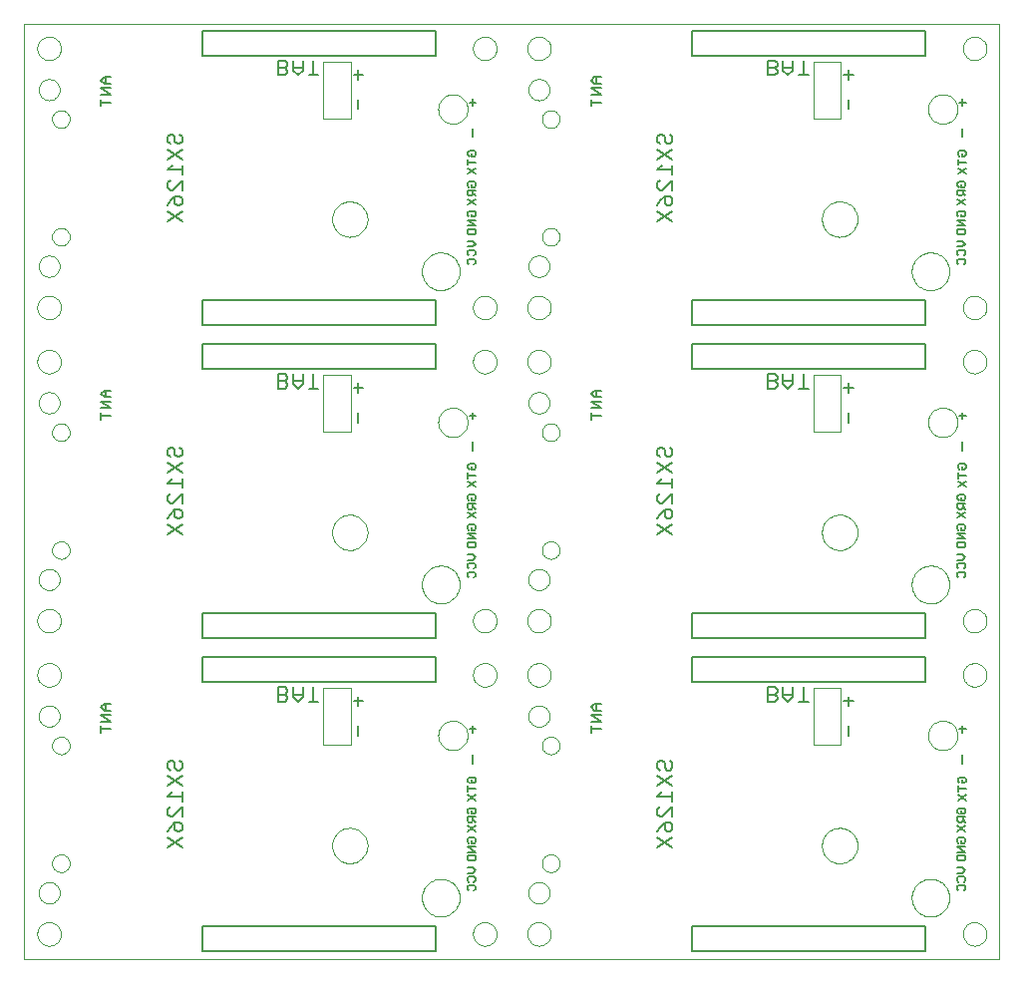
<source format=gbo>
G75*
%MOIN*%
%OFA0B0*%
%FSLAX24Y24*%
%IPPOS*%
%LPD*%
%AMOC8*
5,1,8,0,0,1.08239X$1,22.5*
%
%ADD10C,0.0000*%
%ADD11C,0.0080*%
%ADD12C,0.0039*%
%ADD13C,0.0050*%
%ADD14C,0.0060*%
D10*
X004227Y000218D02*
X036825Y000218D01*
X036825Y031478D01*
X004227Y031478D01*
X004227Y000218D01*
X004659Y001045D02*
X004661Y001084D01*
X004667Y001123D01*
X004677Y001161D01*
X004690Y001198D01*
X004707Y001233D01*
X004727Y001267D01*
X004751Y001298D01*
X004778Y001327D01*
X004807Y001353D01*
X004839Y001376D01*
X004873Y001396D01*
X004909Y001412D01*
X004946Y001424D01*
X004985Y001433D01*
X005024Y001438D01*
X005063Y001439D01*
X005102Y001436D01*
X005141Y001429D01*
X005178Y001418D01*
X005215Y001404D01*
X005250Y001386D01*
X005283Y001365D01*
X005314Y001340D01*
X005342Y001313D01*
X005367Y001283D01*
X005389Y001250D01*
X005408Y001216D01*
X005423Y001180D01*
X005435Y001142D01*
X005443Y001104D01*
X005447Y001065D01*
X005447Y001025D01*
X005443Y000986D01*
X005435Y000948D01*
X005423Y000910D01*
X005408Y000874D01*
X005389Y000840D01*
X005367Y000807D01*
X005342Y000777D01*
X005314Y000750D01*
X005283Y000725D01*
X005250Y000704D01*
X005215Y000686D01*
X005178Y000672D01*
X005141Y000661D01*
X005102Y000654D01*
X005063Y000651D01*
X005024Y000652D01*
X004985Y000657D01*
X004946Y000666D01*
X004909Y000678D01*
X004873Y000694D01*
X004839Y000714D01*
X004807Y000737D01*
X004778Y000763D01*
X004751Y000792D01*
X004727Y000823D01*
X004707Y000857D01*
X004690Y000892D01*
X004677Y000929D01*
X004667Y000967D01*
X004661Y001006D01*
X004659Y001045D01*
X004699Y002423D02*
X004701Y002460D01*
X004707Y002497D01*
X004716Y002532D01*
X004730Y002567D01*
X004746Y002600D01*
X004767Y002631D01*
X004790Y002660D01*
X004816Y002686D01*
X004845Y002709D01*
X004876Y002730D01*
X004909Y002746D01*
X004944Y002760D01*
X004979Y002769D01*
X005016Y002775D01*
X005053Y002777D01*
X005090Y002775D01*
X005127Y002769D01*
X005162Y002760D01*
X005197Y002746D01*
X005230Y002730D01*
X005261Y002709D01*
X005290Y002686D01*
X005316Y002660D01*
X005339Y002631D01*
X005360Y002600D01*
X005376Y002567D01*
X005390Y002532D01*
X005399Y002497D01*
X005405Y002460D01*
X005407Y002423D01*
X005405Y002386D01*
X005399Y002349D01*
X005390Y002314D01*
X005376Y002279D01*
X005360Y002246D01*
X005339Y002215D01*
X005316Y002186D01*
X005290Y002160D01*
X005261Y002137D01*
X005230Y002116D01*
X005197Y002100D01*
X005162Y002086D01*
X005127Y002077D01*
X005090Y002071D01*
X005053Y002069D01*
X005016Y002071D01*
X004979Y002077D01*
X004944Y002086D01*
X004909Y002100D01*
X004876Y002116D01*
X004845Y002137D01*
X004816Y002160D01*
X004790Y002186D01*
X004767Y002215D01*
X004746Y002246D01*
X004730Y002279D01*
X004716Y002314D01*
X004707Y002349D01*
X004701Y002386D01*
X004699Y002423D01*
X005152Y003407D02*
X005154Y003441D01*
X005160Y003475D01*
X005170Y003508D01*
X005183Y003539D01*
X005201Y003569D01*
X005221Y003597D01*
X005245Y003622D01*
X005271Y003644D01*
X005299Y003662D01*
X005330Y003678D01*
X005362Y003690D01*
X005396Y003698D01*
X005430Y003702D01*
X005464Y003702D01*
X005498Y003698D01*
X005532Y003690D01*
X005564Y003678D01*
X005594Y003662D01*
X005623Y003644D01*
X005649Y003622D01*
X005673Y003597D01*
X005693Y003569D01*
X005711Y003539D01*
X005724Y003508D01*
X005734Y003475D01*
X005740Y003441D01*
X005742Y003407D01*
X005740Y003373D01*
X005734Y003339D01*
X005724Y003306D01*
X005711Y003275D01*
X005693Y003245D01*
X005673Y003217D01*
X005649Y003192D01*
X005623Y003170D01*
X005595Y003152D01*
X005564Y003136D01*
X005532Y003124D01*
X005498Y003116D01*
X005464Y003112D01*
X005430Y003112D01*
X005396Y003116D01*
X005362Y003124D01*
X005330Y003136D01*
X005299Y003152D01*
X005271Y003170D01*
X005245Y003192D01*
X005221Y003217D01*
X005201Y003245D01*
X005183Y003275D01*
X005170Y003306D01*
X005160Y003339D01*
X005154Y003373D01*
X005152Y003407D01*
X005152Y007344D02*
X005154Y007378D01*
X005160Y007412D01*
X005170Y007445D01*
X005183Y007476D01*
X005201Y007506D01*
X005221Y007534D01*
X005245Y007559D01*
X005271Y007581D01*
X005299Y007599D01*
X005330Y007615D01*
X005362Y007627D01*
X005396Y007635D01*
X005430Y007639D01*
X005464Y007639D01*
X005498Y007635D01*
X005532Y007627D01*
X005564Y007615D01*
X005594Y007599D01*
X005623Y007581D01*
X005649Y007559D01*
X005673Y007534D01*
X005693Y007506D01*
X005711Y007476D01*
X005724Y007445D01*
X005734Y007412D01*
X005740Y007378D01*
X005742Y007344D01*
X005740Y007310D01*
X005734Y007276D01*
X005724Y007243D01*
X005711Y007212D01*
X005693Y007182D01*
X005673Y007154D01*
X005649Y007129D01*
X005623Y007107D01*
X005595Y007089D01*
X005564Y007073D01*
X005532Y007061D01*
X005498Y007053D01*
X005464Y007049D01*
X005430Y007049D01*
X005396Y007053D01*
X005362Y007061D01*
X005330Y007073D01*
X005299Y007089D01*
X005271Y007107D01*
X005245Y007129D01*
X005221Y007154D01*
X005201Y007182D01*
X005183Y007212D01*
X005170Y007243D01*
X005160Y007276D01*
X005154Y007310D01*
X005152Y007344D01*
X004699Y008328D02*
X004701Y008365D01*
X004707Y008402D01*
X004716Y008437D01*
X004730Y008472D01*
X004746Y008505D01*
X004767Y008536D01*
X004790Y008565D01*
X004816Y008591D01*
X004845Y008614D01*
X004876Y008635D01*
X004909Y008651D01*
X004944Y008665D01*
X004979Y008674D01*
X005016Y008680D01*
X005053Y008682D01*
X005090Y008680D01*
X005127Y008674D01*
X005162Y008665D01*
X005197Y008651D01*
X005230Y008635D01*
X005261Y008614D01*
X005290Y008591D01*
X005316Y008565D01*
X005339Y008536D01*
X005360Y008505D01*
X005376Y008472D01*
X005390Y008437D01*
X005399Y008402D01*
X005405Y008365D01*
X005407Y008328D01*
X005405Y008291D01*
X005399Y008254D01*
X005390Y008219D01*
X005376Y008184D01*
X005360Y008151D01*
X005339Y008120D01*
X005316Y008091D01*
X005290Y008065D01*
X005261Y008042D01*
X005230Y008021D01*
X005197Y008005D01*
X005162Y007991D01*
X005127Y007982D01*
X005090Y007976D01*
X005053Y007974D01*
X005016Y007976D01*
X004979Y007982D01*
X004944Y007991D01*
X004909Y008005D01*
X004876Y008021D01*
X004845Y008042D01*
X004816Y008065D01*
X004790Y008091D01*
X004767Y008120D01*
X004746Y008151D01*
X004730Y008184D01*
X004716Y008219D01*
X004707Y008254D01*
X004701Y008291D01*
X004699Y008328D01*
X004659Y009706D02*
X004661Y009745D01*
X004667Y009784D01*
X004677Y009822D01*
X004690Y009859D01*
X004707Y009894D01*
X004727Y009928D01*
X004751Y009959D01*
X004778Y009988D01*
X004807Y010014D01*
X004839Y010037D01*
X004873Y010057D01*
X004909Y010073D01*
X004946Y010085D01*
X004985Y010094D01*
X005024Y010099D01*
X005063Y010100D01*
X005102Y010097D01*
X005141Y010090D01*
X005178Y010079D01*
X005215Y010065D01*
X005250Y010047D01*
X005283Y010026D01*
X005314Y010001D01*
X005342Y009974D01*
X005367Y009944D01*
X005389Y009911D01*
X005408Y009877D01*
X005423Y009841D01*
X005435Y009803D01*
X005443Y009765D01*
X005447Y009726D01*
X005447Y009686D01*
X005443Y009647D01*
X005435Y009609D01*
X005423Y009571D01*
X005408Y009535D01*
X005389Y009501D01*
X005367Y009468D01*
X005342Y009438D01*
X005314Y009411D01*
X005283Y009386D01*
X005250Y009365D01*
X005215Y009347D01*
X005178Y009333D01*
X005141Y009322D01*
X005102Y009315D01*
X005063Y009312D01*
X005024Y009313D01*
X004985Y009318D01*
X004946Y009327D01*
X004909Y009339D01*
X004873Y009355D01*
X004839Y009375D01*
X004807Y009398D01*
X004778Y009424D01*
X004751Y009453D01*
X004727Y009484D01*
X004707Y009518D01*
X004690Y009553D01*
X004677Y009590D01*
X004667Y009628D01*
X004661Y009667D01*
X004659Y009706D01*
X004659Y011517D02*
X004661Y011556D01*
X004667Y011595D01*
X004677Y011633D01*
X004690Y011670D01*
X004707Y011705D01*
X004727Y011739D01*
X004751Y011770D01*
X004778Y011799D01*
X004807Y011825D01*
X004839Y011848D01*
X004873Y011868D01*
X004909Y011884D01*
X004946Y011896D01*
X004985Y011905D01*
X005024Y011910D01*
X005063Y011911D01*
X005102Y011908D01*
X005141Y011901D01*
X005178Y011890D01*
X005215Y011876D01*
X005250Y011858D01*
X005283Y011837D01*
X005314Y011812D01*
X005342Y011785D01*
X005367Y011755D01*
X005389Y011722D01*
X005408Y011688D01*
X005423Y011652D01*
X005435Y011614D01*
X005443Y011576D01*
X005447Y011537D01*
X005447Y011497D01*
X005443Y011458D01*
X005435Y011420D01*
X005423Y011382D01*
X005408Y011346D01*
X005389Y011312D01*
X005367Y011279D01*
X005342Y011249D01*
X005314Y011222D01*
X005283Y011197D01*
X005250Y011176D01*
X005215Y011158D01*
X005178Y011144D01*
X005141Y011133D01*
X005102Y011126D01*
X005063Y011123D01*
X005024Y011124D01*
X004985Y011129D01*
X004946Y011138D01*
X004909Y011150D01*
X004873Y011166D01*
X004839Y011186D01*
X004807Y011209D01*
X004778Y011235D01*
X004751Y011264D01*
X004727Y011295D01*
X004707Y011329D01*
X004690Y011364D01*
X004677Y011401D01*
X004667Y011439D01*
X004661Y011478D01*
X004659Y011517D01*
X004699Y012895D02*
X004701Y012932D01*
X004707Y012969D01*
X004716Y013004D01*
X004730Y013039D01*
X004746Y013072D01*
X004767Y013103D01*
X004790Y013132D01*
X004816Y013158D01*
X004845Y013181D01*
X004876Y013202D01*
X004909Y013218D01*
X004944Y013232D01*
X004979Y013241D01*
X005016Y013247D01*
X005053Y013249D01*
X005090Y013247D01*
X005127Y013241D01*
X005162Y013232D01*
X005197Y013218D01*
X005230Y013202D01*
X005261Y013181D01*
X005290Y013158D01*
X005316Y013132D01*
X005339Y013103D01*
X005360Y013072D01*
X005376Y013039D01*
X005390Y013004D01*
X005399Y012969D01*
X005405Y012932D01*
X005407Y012895D01*
X005405Y012858D01*
X005399Y012821D01*
X005390Y012786D01*
X005376Y012751D01*
X005360Y012718D01*
X005339Y012687D01*
X005316Y012658D01*
X005290Y012632D01*
X005261Y012609D01*
X005230Y012588D01*
X005197Y012572D01*
X005162Y012558D01*
X005127Y012549D01*
X005090Y012543D01*
X005053Y012541D01*
X005016Y012543D01*
X004979Y012549D01*
X004944Y012558D01*
X004909Y012572D01*
X004876Y012588D01*
X004845Y012609D01*
X004816Y012632D01*
X004790Y012658D01*
X004767Y012687D01*
X004746Y012718D01*
X004730Y012751D01*
X004716Y012786D01*
X004707Y012821D01*
X004701Y012858D01*
X004699Y012895D01*
X005152Y013880D02*
X005154Y013914D01*
X005160Y013948D01*
X005170Y013981D01*
X005183Y014012D01*
X005201Y014042D01*
X005221Y014070D01*
X005245Y014095D01*
X005271Y014117D01*
X005299Y014135D01*
X005330Y014151D01*
X005362Y014163D01*
X005396Y014171D01*
X005430Y014175D01*
X005464Y014175D01*
X005498Y014171D01*
X005532Y014163D01*
X005564Y014151D01*
X005594Y014135D01*
X005623Y014117D01*
X005649Y014095D01*
X005673Y014070D01*
X005693Y014042D01*
X005711Y014012D01*
X005724Y013981D01*
X005734Y013948D01*
X005740Y013914D01*
X005742Y013880D01*
X005740Y013846D01*
X005734Y013812D01*
X005724Y013779D01*
X005711Y013748D01*
X005693Y013718D01*
X005673Y013690D01*
X005649Y013665D01*
X005623Y013643D01*
X005595Y013625D01*
X005564Y013609D01*
X005532Y013597D01*
X005498Y013589D01*
X005464Y013585D01*
X005430Y013585D01*
X005396Y013589D01*
X005362Y013597D01*
X005330Y013609D01*
X005299Y013625D01*
X005271Y013643D01*
X005245Y013665D01*
X005221Y013690D01*
X005201Y013718D01*
X005183Y013748D01*
X005170Y013779D01*
X005160Y013812D01*
X005154Y013846D01*
X005152Y013880D01*
X005152Y017817D02*
X005154Y017851D01*
X005160Y017885D01*
X005170Y017918D01*
X005183Y017949D01*
X005201Y017979D01*
X005221Y018007D01*
X005245Y018032D01*
X005271Y018054D01*
X005299Y018072D01*
X005330Y018088D01*
X005362Y018100D01*
X005396Y018108D01*
X005430Y018112D01*
X005464Y018112D01*
X005498Y018108D01*
X005532Y018100D01*
X005564Y018088D01*
X005594Y018072D01*
X005623Y018054D01*
X005649Y018032D01*
X005673Y018007D01*
X005693Y017979D01*
X005711Y017949D01*
X005724Y017918D01*
X005734Y017885D01*
X005740Y017851D01*
X005742Y017817D01*
X005740Y017783D01*
X005734Y017749D01*
X005724Y017716D01*
X005711Y017685D01*
X005693Y017655D01*
X005673Y017627D01*
X005649Y017602D01*
X005623Y017580D01*
X005595Y017562D01*
X005564Y017546D01*
X005532Y017534D01*
X005498Y017526D01*
X005464Y017522D01*
X005430Y017522D01*
X005396Y017526D01*
X005362Y017534D01*
X005330Y017546D01*
X005299Y017562D01*
X005271Y017580D01*
X005245Y017602D01*
X005221Y017627D01*
X005201Y017655D01*
X005183Y017685D01*
X005170Y017716D01*
X005160Y017749D01*
X005154Y017783D01*
X005152Y017817D01*
X004699Y018801D02*
X004701Y018838D01*
X004707Y018875D01*
X004716Y018910D01*
X004730Y018945D01*
X004746Y018978D01*
X004767Y019009D01*
X004790Y019038D01*
X004816Y019064D01*
X004845Y019087D01*
X004876Y019108D01*
X004909Y019124D01*
X004944Y019138D01*
X004979Y019147D01*
X005016Y019153D01*
X005053Y019155D01*
X005090Y019153D01*
X005127Y019147D01*
X005162Y019138D01*
X005197Y019124D01*
X005230Y019108D01*
X005261Y019087D01*
X005290Y019064D01*
X005316Y019038D01*
X005339Y019009D01*
X005360Y018978D01*
X005376Y018945D01*
X005390Y018910D01*
X005399Y018875D01*
X005405Y018838D01*
X005407Y018801D01*
X005405Y018764D01*
X005399Y018727D01*
X005390Y018692D01*
X005376Y018657D01*
X005360Y018624D01*
X005339Y018593D01*
X005316Y018564D01*
X005290Y018538D01*
X005261Y018515D01*
X005230Y018494D01*
X005197Y018478D01*
X005162Y018464D01*
X005127Y018455D01*
X005090Y018449D01*
X005053Y018447D01*
X005016Y018449D01*
X004979Y018455D01*
X004944Y018464D01*
X004909Y018478D01*
X004876Y018494D01*
X004845Y018515D01*
X004816Y018538D01*
X004790Y018564D01*
X004767Y018593D01*
X004746Y018624D01*
X004730Y018657D01*
X004716Y018692D01*
X004707Y018727D01*
X004701Y018764D01*
X004699Y018801D01*
X004659Y020179D02*
X004661Y020218D01*
X004667Y020257D01*
X004677Y020295D01*
X004690Y020332D01*
X004707Y020367D01*
X004727Y020401D01*
X004751Y020432D01*
X004778Y020461D01*
X004807Y020487D01*
X004839Y020510D01*
X004873Y020530D01*
X004909Y020546D01*
X004946Y020558D01*
X004985Y020567D01*
X005024Y020572D01*
X005063Y020573D01*
X005102Y020570D01*
X005141Y020563D01*
X005178Y020552D01*
X005215Y020538D01*
X005250Y020520D01*
X005283Y020499D01*
X005314Y020474D01*
X005342Y020447D01*
X005367Y020417D01*
X005389Y020384D01*
X005408Y020350D01*
X005423Y020314D01*
X005435Y020276D01*
X005443Y020238D01*
X005447Y020199D01*
X005447Y020159D01*
X005443Y020120D01*
X005435Y020082D01*
X005423Y020044D01*
X005408Y020008D01*
X005389Y019974D01*
X005367Y019941D01*
X005342Y019911D01*
X005314Y019884D01*
X005283Y019859D01*
X005250Y019838D01*
X005215Y019820D01*
X005178Y019806D01*
X005141Y019795D01*
X005102Y019788D01*
X005063Y019785D01*
X005024Y019786D01*
X004985Y019791D01*
X004946Y019800D01*
X004909Y019812D01*
X004873Y019828D01*
X004839Y019848D01*
X004807Y019871D01*
X004778Y019897D01*
X004751Y019926D01*
X004727Y019957D01*
X004707Y019991D01*
X004690Y020026D01*
X004677Y020063D01*
X004667Y020101D01*
X004661Y020140D01*
X004659Y020179D01*
X004659Y021990D02*
X004661Y022029D01*
X004667Y022068D01*
X004677Y022106D01*
X004690Y022143D01*
X004707Y022178D01*
X004727Y022212D01*
X004751Y022243D01*
X004778Y022272D01*
X004807Y022298D01*
X004839Y022321D01*
X004873Y022341D01*
X004909Y022357D01*
X004946Y022369D01*
X004985Y022378D01*
X005024Y022383D01*
X005063Y022384D01*
X005102Y022381D01*
X005141Y022374D01*
X005178Y022363D01*
X005215Y022349D01*
X005250Y022331D01*
X005283Y022310D01*
X005314Y022285D01*
X005342Y022258D01*
X005367Y022228D01*
X005389Y022195D01*
X005408Y022161D01*
X005423Y022125D01*
X005435Y022087D01*
X005443Y022049D01*
X005447Y022010D01*
X005447Y021970D01*
X005443Y021931D01*
X005435Y021893D01*
X005423Y021855D01*
X005408Y021819D01*
X005389Y021785D01*
X005367Y021752D01*
X005342Y021722D01*
X005314Y021695D01*
X005283Y021670D01*
X005250Y021649D01*
X005215Y021631D01*
X005178Y021617D01*
X005141Y021606D01*
X005102Y021599D01*
X005063Y021596D01*
X005024Y021597D01*
X004985Y021602D01*
X004946Y021611D01*
X004909Y021623D01*
X004873Y021639D01*
X004839Y021659D01*
X004807Y021682D01*
X004778Y021708D01*
X004751Y021737D01*
X004727Y021768D01*
X004707Y021802D01*
X004690Y021837D01*
X004677Y021874D01*
X004667Y021912D01*
X004661Y021951D01*
X004659Y021990D01*
X004699Y023368D02*
X004701Y023405D01*
X004707Y023442D01*
X004716Y023477D01*
X004730Y023512D01*
X004746Y023545D01*
X004767Y023576D01*
X004790Y023605D01*
X004816Y023631D01*
X004845Y023654D01*
X004876Y023675D01*
X004909Y023691D01*
X004944Y023705D01*
X004979Y023714D01*
X005016Y023720D01*
X005053Y023722D01*
X005090Y023720D01*
X005127Y023714D01*
X005162Y023705D01*
X005197Y023691D01*
X005230Y023675D01*
X005261Y023654D01*
X005290Y023631D01*
X005316Y023605D01*
X005339Y023576D01*
X005360Y023545D01*
X005376Y023512D01*
X005390Y023477D01*
X005399Y023442D01*
X005405Y023405D01*
X005407Y023368D01*
X005405Y023331D01*
X005399Y023294D01*
X005390Y023259D01*
X005376Y023224D01*
X005360Y023191D01*
X005339Y023160D01*
X005316Y023131D01*
X005290Y023105D01*
X005261Y023082D01*
X005230Y023061D01*
X005197Y023045D01*
X005162Y023031D01*
X005127Y023022D01*
X005090Y023016D01*
X005053Y023014D01*
X005016Y023016D01*
X004979Y023022D01*
X004944Y023031D01*
X004909Y023045D01*
X004876Y023061D01*
X004845Y023082D01*
X004816Y023105D01*
X004790Y023131D01*
X004767Y023160D01*
X004746Y023191D01*
X004730Y023224D01*
X004716Y023259D01*
X004707Y023294D01*
X004701Y023331D01*
X004699Y023368D01*
X005152Y024352D02*
X005154Y024386D01*
X005160Y024420D01*
X005170Y024453D01*
X005183Y024484D01*
X005201Y024514D01*
X005221Y024542D01*
X005245Y024567D01*
X005271Y024589D01*
X005299Y024607D01*
X005330Y024623D01*
X005362Y024635D01*
X005396Y024643D01*
X005430Y024647D01*
X005464Y024647D01*
X005498Y024643D01*
X005532Y024635D01*
X005564Y024623D01*
X005594Y024607D01*
X005623Y024589D01*
X005649Y024567D01*
X005673Y024542D01*
X005693Y024514D01*
X005711Y024484D01*
X005724Y024453D01*
X005734Y024420D01*
X005740Y024386D01*
X005742Y024352D01*
X005740Y024318D01*
X005734Y024284D01*
X005724Y024251D01*
X005711Y024220D01*
X005693Y024190D01*
X005673Y024162D01*
X005649Y024137D01*
X005623Y024115D01*
X005595Y024097D01*
X005564Y024081D01*
X005532Y024069D01*
X005498Y024061D01*
X005464Y024057D01*
X005430Y024057D01*
X005396Y024061D01*
X005362Y024069D01*
X005330Y024081D01*
X005299Y024097D01*
X005271Y024115D01*
X005245Y024137D01*
X005221Y024162D01*
X005201Y024190D01*
X005183Y024220D01*
X005170Y024251D01*
X005160Y024284D01*
X005154Y024318D01*
X005152Y024352D01*
X005152Y028289D02*
X005154Y028323D01*
X005160Y028357D01*
X005170Y028390D01*
X005183Y028421D01*
X005201Y028451D01*
X005221Y028479D01*
X005245Y028504D01*
X005271Y028526D01*
X005299Y028544D01*
X005330Y028560D01*
X005362Y028572D01*
X005396Y028580D01*
X005430Y028584D01*
X005464Y028584D01*
X005498Y028580D01*
X005532Y028572D01*
X005564Y028560D01*
X005594Y028544D01*
X005623Y028526D01*
X005649Y028504D01*
X005673Y028479D01*
X005693Y028451D01*
X005711Y028421D01*
X005724Y028390D01*
X005734Y028357D01*
X005740Y028323D01*
X005742Y028289D01*
X005740Y028255D01*
X005734Y028221D01*
X005724Y028188D01*
X005711Y028157D01*
X005693Y028127D01*
X005673Y028099D01*
X005649Y028074D01*
X005623Y028052D01*
X005595Y028034D01*
X005564Y028018D01*
X005532Y028006D01*
X005498Y027998D01*
X005464Y027994D01*
X005430Y027994D01*
X005396Y027998D01*
X005362Y028006D01*
X005330Y028018D01*
X005299Y028034D01*
X005271Y028052D01*
X005245Y028074D01*
X005221Y028099D01*
X005201Y028127D01*
X005183Y028157D01*
X005170Y028188D01*
X005160Y028221D01*
X005154Y028255D01*
X005152Y028289D01*
X004699Y029273D02*
X004701Y029310D01*
X004707Y029347D01*
X004716Y029382D01*
X004730Y029417D01*
X004746Y029450D01*
X004767Y029481D01*
X004790Y029510D01*
X004816Y029536D01*
X004845Y029559D01*
X004876Y029580D01*
X004909Y029596D01*
X004944Y029610D01*
X004979Y029619D01*
X005016Y029625D01*
X005053Y029627D01*
X005090Y029625D01*
X005127Y029619D01*
X005162Y029610D01*
X005197Y029596D01*
X005230Y029580D01*
X005261Y029559D01*
X005290Y029536D01*
X005316Y029510D01*
X005339Y029481D01*
X005360Y029450D01*
X005376Y029417D01*
X005390Y029382D01*
X005399Y029347D01*
X005405Y029310D01*
X005407Y029273D01*
X005405Y029236D01*
X005399Y029199D01*
X005390Y029164D01*
X005376Y029129D01*
X005360Y029096D01*
X005339Y029065D01*
X005316Y029036D01*
X005290Y029010D01*
X005261Y028987D01*
X005230Y028966D01*
X005197Y028950D01*
X005162Y028936D01*
X005127Y028927D01*
X005090Y028921D01*
X005053Y028919D01*
X005016Y028921D01*
X004979Y028927D01*
X004944Y028936D01*
X004909Y028950D01*
X004876Y028966D01*
X004845Y028987D01*
X004816Y029010D01*
X004790Y029036D01*
X004767Y029065D01*
X004746Y029096D01*
X004730Y029129D01*
X004716Y029164D01*
X004707Y029199D01*
X004701Y029236D01*
X004699Y029273D01*
X004659Y030651D02*
X004661Y030690D01*
X004667Y030729D01*
X004677Y030767D01*
X004690Y030804D01*
X004707Y030839D01*
X004727Y030873D01*
X004751Y030904D01*
X004778Y030933D01*
X004807Y030959D01*
X004839Y030982D01*
X004873Y031002D01*
X004909Y031018D01*
X004946Y031030D01*
X004985Y031039D01*
X005024Y031044D01*
X005063Y031045D01*
X005102Y031042D01*
X005141Y031035D01*
X005178Y031024D01*
X005215Y031010D01*
X005250Y030992D01*
X005283Y030971D01*
X005314Y030946D01*
X005342Y030919D01*
X005367Y030889D01*
X005389Y030856D01*
X005408Y030822D01*
X005423Y030786D01*
X005435Y030748D01*
X005443Y030710D01*
X005447Y030671D01*
X005447Y030631D01*
X005443Y030592D01*
X005435Y030554D01*
X005423Y030516D01*
X005408Y030480D01*
X005389Y030446D01*
X005367Y030413D01*
X005342Y030383D01*
X005314Y030356D01*
X005283Y030331D01*
X005250Y030310D01*
X005215Y030292D01*
X005178Y030278D01*
X005141Y030267D01*
X005102Y030260D01*
X005063Y030257D01*
X005024Y030258D01*
X004985Y030263D01*
X004946Y030272D01*
X004909Y030284D01*
X004873Y030300D01*
X004839Y030320D01*
X004807Y030343D01*
X004778Y030369D01*
X004751Y030398D01*
X004727Y030429D01*
X004707Y030463D01*
X004690Y030498D01*
X004677Y030535D01*
X004667Y030573D01*
X004661Y030612D01*
X004659Y030651D01*
X014514Y024943D02*
X014516Y024991D01*
X014522Y025039D01*
X014532Y025086D01*
X014545Y025132D01*
X014563Y025177D01*
X014583Y025221D01*
X014608Y025263D01*
X014636Y025302D01*
X014666Y025339D01*
X014700Y025373D01*
X014737Y025405D01*
X014775Y025434D01*
X014816Y025459D01*
X014859Y025481D01*
X014904Y025499D01*
X014950Y025513D01*
X014997Y025524D01*
X015045Y025531D01*
X015093Y025534D01*
X015141Y025533D01*
X015189Y025528D01*
X015237Y025519D01*
X015283Y025507D01*
X015328Y025490D01*
X015372Y025470D01*
X015414Y025447D01*
X015454Y025420D01*
X015492Y025390D01*
X015527Y025357D01*
X015559Y025321D01*
X015589Y025283D01*
X015615Y025242D01*
X015637Y025199D01*
X015657Y025155D01*
X015672Y025110D01*
X015684Y025063D01*
X015692Y025015D01*
X015696Y024967D01*
X015696Y024919D01*
X015692Y024871D01*
X015684Y024823D01*
X015672Y024776D01*
X015657Y024731D01*
X015637Y024687D01*
X015615Y024644D01*
X015589Y024603D01*
X015559Y024565D01*
X015527Y024529D01*
X015492Y024496D01*
X015454Y024466D01*
X015414Y024439D01*
X015372Y024416D01*
X015328Y024396D01*
X015283Y024379D01*
X015237Y024367D01*
X015189Y024358D01*
X015141Y024353D01*
X015093Y024352D01*
X015045Y024355D01*
X014997Y024362D01*
X014950Y024373D01*
X014904Y024387D01*
X014859Y024405D01*
X014816Y024427D01*
X014775Y024452D01*
X014737Y024481D01*
X014700Y024513D01*
X014666Y024547D01*
X014636Y024584D01*
X014608Y024623D01*
X014583Y024665D01*
X014563Y024709D01*
X014545Y024754D01*
X014532Y024800D01*
X014522Y024847D01*
X014516Y024895D01*
X014514Y024943D01*
X017514Y023198D02*
X017516Y023248D01*
X017522Y023298D01*
X017532Y023347D01*
X017546Y023395D01*
X017563Y023442D01*
X017584Y023487D01*
X017609Y023531D01*
X017637Y023572D01*
X017669Y023611D01*
X017703Y023648D01*
X017740Y023682D01*
X017780Y023712D01*
X017822Y023739D01*
X017866Y023763D01*
X017912Y023784D01*
X017959Y023800D01*
X018007Y023813D01*
X018057Y023822D01*
X018106Y023827D01*
X018157Y023828D01*
X018207Y023825D01*
X018256Y023818D01*
X018305Y023807D01*
X018353Y023792D01*
X018399Y023774D01*
X018444Y023752D01*
X018487Y023726D01*
X018528Y023697D01*
X018567Y023665D01*
X018603Y023630D01*
X018635Y023592D01*
X018665Y023552D01*
X018692Y023509D01*
X018715Y023465D01*
X018734Y023419D01*
X018750Y023371D01*
X018762Y023322D01*
X018770Y023273D01*
X018774Y023223D01*
X018774Y023173D01*
X018770Y023123D01*
X018762Y023074D01*
X018750Y023025D01*
X018734Y022977D01*
X018715Y022931D01*
X018692Y022887D01*
X018665Y022844D01*
X018635Y022804D01*
X018603Y022766D01*
X018567Y022731D01*
X018528Y022699D01*
X018487Y022670D01*
X018444Y022644D01*
X018399Y022622D01*
X018353Y022604D01*
X018305Y022589D01*
X018256Y022578D01*
X018207Y022571D01*
X018157Y022568D01*
X018106Y022569D01*
X018057Y022574D01*
X018007Y022583D01*
X017959Y022596D01*
X017912Y022612D01*
X017866Y022633D01*
X017822Y022657D01*
X017780Y022684D01*
X017740Y022714D01*
X017703Y022748D01*
X017669Y022785D01*
X017637Y022824D01*
X017609Y022865D01*
X017584Y022909D01*
X017563Y022954D01*
X017546Y023001D01*
X017532Y023049D01*
X017522Y023098D01*
X017516Y023148D01*
X017514Y023198D01*
X019226Y021990D02*
X019228Y022029D01*
X019234Y022068D01*
X019244Y022106D01*
X019257Y022143D01*
X019274Y022178D01*
X019294Y022212D01*
X019318Y022243D01*
X019345Y022272D01*
X019374Y022298D01*
X019406Y022321D01*
X019440Y022341D01*
X019476Y022357D01*
X019513Y022369D01*
X019552Y022378D01*
X019591Y022383D01*
X019630Y022384D01*
X019669Y022381D01*
X019708Y022374D01*
X019745Y022363D01*
X019782Y022349D01*
X019817Y022331D01*
X019850Y022310D01*
X019881Y022285D01*
X019909Y022258D01*
X019934Y022228D01*
X019956Y022195D01*
X019975Y022161D01*
X019990Y022125D01*
X020002Y022087D01*
X020010Y022049D01*
X020014Y022010D01*
X020014Y021970D01*
X020010Y021931D01*
X020002Y021893D01*
X019990Y021855D01*
X019975Y021819D01*
X019956Y021785D01*
X019934Y021752D01*
X019909Y021722D01*
X019881Y021695D01*
X019850Y021670D01*
X019817Y021649D01*
X019782Y021631D01*
X019745Y021617D01*
X019708Y021606D01*
X019669Y021599D01*
X019630Y021596D01*
X019591Y021597D01*
X019552Y021602D01*
X019513Y021611D01*
X019476Y021623D01*
X019440Y021639D01*
X019406Y021659D01*
X019374Y021682D01*
X019345Y021708D01*
X019318Y021737D01*
X019294Y021768D01*
X019274Y021802D01*
X019257Y021837D01*
X019244Y021874D01*
X019234Y021912D01*
X019228Y021951D01*
X019226Y021990D01*
X019226Y020179D02*
X019228Y020218D01*
X019234Y020257D01*
X019244Y020295D01*
X019257Y020332D01*
X019274Y020367D01*
X019294Y020401D01*
X019318Y020432D01*
X019345Y020461D01*
X019374Y020487D01*
X019406Y020510D01*
X019440Y020530D01*
X019476Y020546D01*
X019513Y020558D01*
X019552Y020567D01*
X019591Y020572D01*
X019630Y020573D01*
X019669Y020570D01*
X019708Y020563D01*
X019745Y020552D01*
X019782Y020538D01*
X019817Y020520D01*
X019850Y020499D01*
X019881Y020474D01*
X019909Y020447D01*
X019934Y020417D01*
X019956Y020384D01*
X019975Y020350D01*
X019990Y020314D01*
X020002Y020276D01*
X020010Y020238D01*
X020014Y020199D01*
X020014Y020159D01*
X020010Y020120D01*
X020002Y020082D01*
X019990Y020044D01*
X019975Y020008D01*
X019956Y019974D01*
X019934Y019941D01*
X019909Y019911D01*
X019881Y019884D01*
X019850Y019859D01*
X019817Y019838D01*
X019782Y019820D01*
X019745Y019806D01*
X019708Y019795D01*
X019669Y019788D01*
X019630Y019785D01*
X019591Y019786D01*
X019552Y019791D01*
X019513Y019800D01*
X019476Y019812D01*
X019440Y019828D01*
X019406Y019848D01*
X019374Y019871D01*
X019345Y019897D01*
X019318Y019926D01*
X019294Y019957D01*
X019274Y019991D01*
X019257Y020026D01*
X019244Y020063D01*
X019234Y020101D01*
X019228Y020140D01*
X019226Y020179D01*
X018061Y018151D02*
X018063Y018195D01*
X018069Y018239D01*
X018079Y018282D01*
X018092Y018324D01*
X018110Y018364D01*
X018131Y018403D01*
X018155Y018440D01*
X018182Y018475D01*
X018213Y018507D01*
X018246Y018536D01*
X018282Y018562D01*
X018320Y018584D01*
X018360Y018603D01*
X018401Y018619D01*
X018444Y018631D01*
X018487Y018639D01*
X018531Y018643D01*
X018575Y018643D01*
X018619Y018639D01*
X018662Y018631D01*
X018705Y018619D01*
X018746Y018603D01*
X018786Y018584D01*
X018824Y018562D01*
X018860Y018536D01*
X018893Y018507D01*
X018924Y018475D01*
X018951Y018440D01*
X018975Y018403D01*
X018996Y018364D01*
X019014Y018324D01*
X019027Y018282D01*
X019037Y018239D01*
X019043Y018195D01*
X019045Y018151D01*
X019043Y018107D01*
X019037Y018063D01*
X019027Y018020D01*
X019014Y017978D01*
X018996Y017938D01*
X018975Y017899D01*
X018951Y017862D01*
X018924Y017827D01*
X018893Y017795D01*
X018860Y017766D01*
X018824Y017740D01*
X018786Y017718D01*
X018746Y017699D01*
X018705Y017683D01*
X018662Y017671D01*
X018619Y017663D01*
X018575Y017659D01*
X018531Y017659D01*
X018487Y017663D01*
X018444Y017671D01*
X018401Y017683D01*
X018360Y017699D01*
X018320Y017718D01*
X018282Y017740D01*
X018246Y017766D01*
X018213Y017795D01*
X018182Y017827D01*
X018155Y017862D01*
X018131Y017899D01*
X018110Y017938D01*
X018092Y017978D01*
X018079Y018020D01*
X018069Y018063D01*
X018063Y018107D01*
X018061Y018151D01*
X021077Y018801D02*
X021079Y018838D01*
X021085Y018875D01*
X021094Y018910D01*
X021108Y018945D01*
X021124Y018978D01*
X021145Y019009D01*
X021168Y019038D01*
X021194Y019064D01*
X021223Y019087D01*
X021254Y019108D01*
X021287Y019124D01*
X021322Y019138D01*
X021357Y019147D01*
X021394Y019153D01*
X021431Y019155D01*
X021468Y019153D01*
X021505Y019147D01*
X021540Y019138D01*
X021575Y019124D01*
X021608Y019108D01*
X021639Y019087D01*
X021668Y019064D01*
X021694Y019038D01*
X021717Y019009D01*
X021738Y018978D01*
X021754Y018945D01*
X021768Y018910D01*
X021777Y018875D01*
X021783Y018838D01*
X021785Y018801D01*
X021783Y018764D01*
X021777Y018727D01*
X021768Y018692D01*
X021754Y018657D01*
X021738Y018624D01*
X021717Y018593D01*
X021694Y018564D01*
X021668Y018538D01*
X021639Y018515D01*
X021608Y018494D01*
X021575Y018478D01*
X021540Y018464D01*
X021505Y018455D01*
X021468Y018449D01*
X021431Y018447D01*
X021394Y018449D01*
X021357Y018455D01*
X021322Y018464D01*
X021287Y018478D01*
X021254Y018494D01*
X021223Y018515D01*
X021194Y018538D01*
X021168Y018564D01*
X021145Y018593D01*
X021124Y018624D01*
X021108Y018657D01*
X021094Y018692D01*
X021085Y018727D01*
X021079Y018764D01*
X021077Y018801D01*
X021530Y017817D02*
X021532Y017851D01*
X021538Y017885D01*
X021548Y017918D01*
X021561Y017949D01*
X021579Y017979D01*
X021599Y018007D01*
X021623Y018032D01*
X021649Y018054D01*
X021677Y018072D01*
X021708Y018088D01*
X021740Y018100D01*
X021774Y018108D01*
X021808Y018112D01*
X021842Y018112D01*
X021876Y018108D01*
X021910Y018100D01*
X021942Y018088D01*
X021972Y018072D01*
X022001Y018054D01*
X022027Y018032D01*
X022051Y018007D01*
X022071Y017979D01*
X022089Y017949D01*
X022102Y017918D01*
X022112Y017885D01*
X022118Y017851D01*
X022120Y017817D01*
X022118Y017783D01*
X022112Y017749D01*
X022102Y017716D01*
X022089Y017685D01*
X022071Y017655D01*
X022051Y017627D01*
X022027Y017602D01*
X022001Y017580D01*
X021973Y017562D01*
X021942Y017546D01*
X021910Y017534D01*
X021876Y017526D01*
X021842Y017522D01*
X021808Y017522D01*
X021774Y017526D01*
X021740Y017534D01*
X021708Y017546D01*
X021677Y017562D01*
X021649Y017580D01*
X021623Y017602D01*
X021599Y017627D01*
X021579Y017655D01*
X021561Y017685D01*
X021548Y017716D01*
X021538Y017749D01*
X021532Y017783D01*
X021530Y017817D01*
X021037Y020179D02*
X021039Y020218D01*
X021045Y020257D01*
X021055Y020295D01*
X021068Y020332D01*
X021085Y020367D01*
X021105Y020401D01*
X021129Y020432D01*
X021156Y020461D01*
X021185Y020487D01*
X021217Y020510D01*
X021251Y020530D01*
X021287Y020546D01*
X021324Y020558D01*
X021363Y020567D01*
X021402Y020572D01*
X021441Y020573D01*
X021480Y020570D01*
X021519Y020563D01*
X021556Y020552D01*
X021593Y020538D01*
X021628Y020520D01*
X021661Y020499D01*
X021692Y020474D01*
X021720Y020447D01*
X021745Y020417D01*
X021767Y020384D01*
X021786Y020350D01*
X021801Y020314D01*
X021813Y020276D01*
X021821Y020238D01*
X021825Y020199D01*
X021825Y020159D01*
X021821Y020120D01*
X021813Y020082D01*
X021801Y020044D01*
X021786Y020008D01*
X021767Y019974D01*
X021745Y019941D01*
X021720Y019911D01*
X021692Y019884D01*
X021661Y019859D01*
X021628Y019838D01*
X021593Y019820D01*
X021556Y019806D01*
X021519Y019795D01*
X021480Y019788D01*
X021441Y019785D01*
X021402Y019786D01*
X021363Y019791D01*
X021324Y019800D01*
X021287Y019812D01*
X021251Y019828D01*
X021217Y019848D01*
X021185Y019871D01*
X021156Y019897D01*
X021129Y019926D01*
X021105Y019957D01*
X021085Y019991D01*
X021068Y020026D01*
X021055Y020063D01*
X021045Y020101D01*
X021039Y020140D01*
X021037Y020179D01*
X021037Y021990D02*
X021039Y022029D01*
X021045Y022068D01*
X021055Y022106D01*
X021068Y022143D01*
X021085Y022178D01*
X021105Y022212D01*
X021129Y022243D01*
X021156Y022272D01*
X021185Y022298D01*
X021217Y022321D01*
X021251Y022341D01*
X021287Y022357D01*
X021324Y022369D01*
X021363Y022378D01*
X021402Y022383D01*
X021441Y022384D01*
X021480Y022381D01*
X021519Y022374D01*
X021556Y022363D01*
X021593Y022349D01*
X021628Y022331D01*
X021661Y022310D01*
X021692Y022285D01*
X021720Y022258D01*
X021745Y022228D01*
X021767Y022195D01*
X021786Y022161D01*
X021801Y022125D01*
X021813Y022087D01*
X021821Y022049D01*
X021825Y022010D01*
X021825Y021970D01*
X021821Y021931D01*
X021813Y021893D01*
X021801Y021855D01*
X021786Y021819D01*
X021767Y021785D01*
X021745Y021752D01*
X021720Y021722D01*
X021692Y021695D01*
X021661Y021670D01*
X021628Y021649D01*
X021593Y021631D01*
X021556Y021617D01*
X021519Y021606D01*
X021480Y021599D01*
X021441Y021596D01*
X021402Y021597D01*
X021363Y021602D01*
X021324Y021611D01*
X021287Y021623D01*
X021251Y021639D01*
X021217Y021659D01*
X021185Y021682D01*
X021156Y021708D01*
X021129Y021737D01*
X021105Y021768D01*
X021085Y021802D01*
X021068Y021837D01*
X021055Y021874D01*
X021045Y021912D01*
X021039Y021951D01*
X021037Y021990D01*
X021077Y023368D02*
X021079Y023405D01*
X021085Y023442D01*
X021094Y023477D01*
X021108Y023512D01*
X021124Y023545D01*
X021145Y023576D01*
X021168Y023605D01*
X021194Y023631D01*
X021223Y023654D01*
X021254Y023675D01*
X021287Y023691D01*
X021322Y023705D01*
X021357Y023714D01*
X021394Y023720D01*
X021431Y023722D01*
X021468Y023720D01*
X021505Y023714D01*
X021540Y023705D01*
X021575Y023691D01*
X021608Y023675D01*
X021639Y023654D01*
X021668Y023631D01*
X021694Y023605D01*
X021717Y023576D01*
X021738Y023545D01*
X021754Y023512D01*
X021768Y023477D01*
X021777Y023442D01*
X021783Y023405D01*
X021785Y023368D01*
X021783Y023331D01*
X021777Y023294D01*
X021768Y023259D01*
X021754Y023224D01*
X021738Y023191D01*
X021717Y023160D01*
X021694Y023131D01*
X021668Y023105D01*
X021639Y023082D01*
X021608Y023061D01*
X021575Y023045D01*
X021540Y023031D01*
X021505Y023022D01*
X021468Y023016D01*
X021431Y023014D01*
X021394Y023016D01*
X021357Y023022D01*
X021322Y023031D01*
X021287Y023045D01*
X021254Y023061D01*
X021223Y023082D01*
X021194Y023105D01*
X021168Y023131D01*
X021145Y023160D01*
X021124Y023191D01*
X021108Y023224D01*
X021094Y023259D01*
X021085Y023294D01*
X021079Y023331D01*
X021077Y023368D01*
X021530Y024352D02*
X021532Y024386D01*
X021538Y024420D01*
X021548Y024453D01*
X021561Y024484D01*
X021579Y024514D01*
X021599Y024542D01*
X021623Y024567D01*
X021649Y024589D01*
X021677Y024607D01*
X021708Y024623D01*
X021740Y024635D01*
X021774Y024643D01*
X021808Y024647D01*
X021842Y024647D01*
X021876Y024643D01*
X021910Y024635D01*
X021942Y024623D01*
X021972Y024607D01*
X022001Y024589D01*
X022027Y024567D01*
X022051Y024542D01*
X022071Y024514D01*
X022089Y024484D01*
X022102Y024453D01*
X022112Y024420D01*
X022118Y024386D01*
X022120Y024352D01*
X022118Y024318D01*
X022112Y024284D01*
X022102Y024251D01*
X022089Y024220D01*
X022071Y024190D01*
X022051Y024162D01*
X022027Y024137D01*
X022001Y024115D01*
X021973Y024097D01*
X021942Y024081D01*
X021910Y024069D01*
X021876Y024061D01*
X021842Y024057D01*
X021808Y024057D01*
X021774Y024061D01*
X021740Y024069D01*
X021708Y024081D01*
X021677Y024097D01*
X021649Y024115D01*
X021623Y024137D01*
X021599Y024162D01*
X021579Y024190D01*
X021561Y024220D01*
X021548Y024251D01*
X021538Y024284D01*
X021532Y024318D01*
X021530Y024352D01*
X021530Y028289D02*
X021532Y028323D01*
X021538Y028357D01*
X021548Y028390D01*
X021561Y028421D01*
X021579Y028451D01*
X021599Y028479D01*
X021623Y028504D01*
X021649Y028526D01*
X021677Y028544D01*
X021708Y028560D01*
X021740Y028572D01*
X021774Y028580D01*
X021808Y028584D01*
X021842Y028584D01*
X021876Y028580D01*
X021910Y028572D01*
X021942Y028560D01*
X021972Y028544D01*
X022001Y028526D01*
X022027Y028504D01*
X022051Y028479D01*
X022071Y028451D01*
X022089Y028421D01*
X022102Y028390D01*
X022112Y028357D01*
X022118Y028323D01*
X022120Y028289D01*
X022118Y028255D01*
X022112Y028221D01*
X022102Y028188D01*
X022089Y028157D01*
X022071Y028127D01*
X022051Y028099D01*
X022027Y028074D01*
X022001Y028052D01*
X021973Y028034D01*
X021942Y028018D01*
X021910Y028006D01*
X021876Y027998D01*
X021842Y027994D01*
X021808Y027994D01*
X021774Y027998D01*
X021740Y028006D01*
X021708Y028018D01*
X021677Y028034D01*
X021649Y028052D01*
X021623Y028074D01*
X021599Y028099D01*
X021579Y028127D01*
X021561Y028157D01*
X021548Y028188D01*
X021538Y028221D01*
X021532Y028255D01*
X021530Y028289D01*
X021077Y029273D02*
X021079Y029310D01*
X021085Y029347D01*
X021094Y029382D01*
X021108Y029417D01*
X021124Y029450D01*
X021145Y029481D01*
X021168Y029510D01*
X021194Y029536D01*
X021223Y029559D01*
X021254Y029580D01*
X021287Y029596D01*
X021322Y029610D01*
X021357Y029619D01*
X021394Y029625D01*
X021431Y029627D01*
X021468Y029625D01*
X021505Y029619D01*
X021540Y029610D01*
X021575Y029596D01*
X021608Y029580D01*
X021639Y029559D01*
X021668Y029536D01*
X021694Y029510D01*
X021717Y029481D01*
X021738Y029450D01*
X021754Y029417D01*
X021768Y029382D01*
X021777Y029347D01*
X021783Y029310D01*
X021785Y029273D01*
X021783Y029236D01*
X021777Y029199D01*
X021768Y029164D01*
X021754Y029129D01*
X021738Y029096D01*
X021717Y029065D01*
X021694Y029036D01*
X021668Y029010D01*
X021639Y028987D01*
X021608Y028966D01*
X021575Y028950D01*
X021540Y028936D01*
X021505Y028927D01*
X021468Y028921D01*
X021431Y028919D01*
X021394Y028921D01*
X021357Y028927D01*
X021322Y028936D01*
X021287Y028950D01*
X021254Y028966D01*
X021223Y028987D01*
X021194Y029010D01*
X021168Y029036D01*
X021145Y029065D01*
X021124Y029096D01*
X021108Y029129D01*
X021094Y029164D01*
X021085Y029199D01*
X021079Y029236D01*
X021077Y029273D01*
X021037Y030651D02*
X021039Y030690D01*
X021045Y030729D01*
X021055Y030767D01*
X021068Y030804D01*
X021085Y030839D01*
X021105Y030873D01*
X021129Y030904D01*
X021156Y030933D01*
X021185Y030959D01*
X021217Y030982D01*
X021251Y031002D01*
X021287Y031018D01*
X021324Y031030D01*
X021363Y031039D01*
X021402Y031044D01*
X021441Y031045D01*
X021480Y031042D01*
X021519Y031035D01*
X021556Y031024D01*
X021593Y031010D01*
X021628Y030992D01*
X021661Y030971D01*
X021692Y030946D01*
X021720Y030919D01*
X021745Y030889D01*
X021767Y030856D01*
X021786Y030822D01*
X021801Y030786D01*
X021813Y030748D01*
X021821Y030710D01*
X021825Y030671D01*
X021825Y030631D01*
X021821Y030592D01*
X021813Y030554D01*
X021801Y030516D01*
X021786Y030480D01*
X021767Y030446D01*
X021745Y030413D01*
X021720Y030383D01*
X021692Y030356D01*
X021661Y030331D01*
X021628Y030310D01*
X021593Y030292D01*
X021556Y030278D01*
X021519Y030267D01*
X021480Y030260D01*
X021441Y030257D01*
X021402Y030258D01*
X021363Y030263D01*
X021324Y030272D01*
X021287Y030284D01*
X021251Y030300D01*
X021217Y030320D01*
X021185Y030343D01*
X021156Y030369D01*
X021129Y030398D01*
X021105Y030429D01*
X021085Y030463D01*
X021068Y030498D01*
X021055Y030535D01*
X021045Y030573D01*
X021039Y030612D01*
X021037Y030651D01*
X019226Y030651D02*
X019228Y030690D01*
X019234Y030729D01*
X019244Y030767D01*
X019257Y030804D01*
X019274Y030839D01*
X019294Y030873D01*
X019318Y030904D01*
X019345Y030933D01*
X019374Y030959D01*
X019406Y030982D01*
X019440Y031002D01*
X019476Y031018D01*
X019513Y031030D01*
X019552Y031039D01*
X019591Y031044D01*
X019630Y031045D01*
X019669Y031042D01*
X019708Y031035D01*
X019745Y031024D01*
X019782Y031010D01*
X019817Y030992D01*
X019850Y030971D01*
X019881Y030946D01*
X019909Y030919D01*
X019934Y030889D01*
X019956Y030856D01*
X019975Y030822D01*
X019990Y030786D01*
X020002Y030748D01*
X020010Y030710D01*
X020014Y030671D01*
X020014Y030631D01*
X020010Y030592D01*
X020002Y030554D01*
X019990Y030516D01*
X019975Y030480D01*
X019956Y030446D01*
X019934Y030413D01*
X019909Y030383D01*
X019881Y030356D01*
X019850Y030331D01*
X019817Y030310D01*
X019782Y030292D01*
X019745Y030278D01*
X019708Y030267D01*
X019669Y030260D01*
X019630Y030257D01*
X019591Y030258D01*
X019552Y030263D01*
X019513Y030272D01*
X019476Y030284D01*
X019440Y030300D01*
X019406Y030320D01*
X019374Y030343D01*
X019345Y030369D01*
X019318Y030398D01*
X019294Y030429D01*
X019274Y030463D01*
X019257Y030498D01*
X019244Y030535D01*
X019234Y030573D01*
X019228Y030612D01*
X019226Y030651D01*
X018061Y028624D02*
X018063Y028668D01*
X018069Y028712D01*
X018079Y028755D01*
X018092Y028797D01*
X018110Y028837D01*
X018131Y028876D01*
X018155Y028913D01*
X018182Y028948D01*
X018213Y028980D01*
X018246Y029009D01*
X018282Y029035D01*
X018320Y029057D01*
X018360Y029076D01*
X018401Y029092D01*
X018444Y029104D01*
X018487Y029112D01*
X018531Y029116D01*
X018575Y029116D01*
X018619Y029112D01*
X018662Y029104D01*
X018705Y029092D01*
X018746Y029076D01*
X018786Y029057D01*
X018824Y029035D01*
X018860Y029009D01*
X018893Y028980D01*
X018924Y028948D01*
X018951Y028913D01*
X018975Y028876D01*
X018996Y028837D01*
X019014Y028797D01*
X019027Y028755D01*
X019037Y028712D01*
X019043Y028668D01*
X019045Y028624D01*
X019043Y028580D01*
X019037Y028536D01*
X019027Y028493D01*
X019014Y028451D01*
X018996Y028411D01*
X018975Y028372D01*
X018951Y028335D01*
X018924Y028300D01*
X018893Y028268D01*
X018860Y028239D01*
X018824Y028213D01*
X018786Y028191D01*
X018746Y028172D01*
X018705Y028156D01*
X018662Y028144D01*
X018619Y028136D01*
X018575Y028132D01*
X018531Y028132D01*
X018487Y028136D01*
X018444Y028144D01*
X018401Y028156D01*
X018360Y028172D01*
X018320Y028191D01*
X018282Y028213D01*
X018246Y028239D01*
X018213Y028268D01*
X018182Y028300D01*
X018155Y028335D01*
X018131Y028372D01*
X018110Y028411D01*
X018092Y028451D01*
X018079Y028493D01*
X018069Y028536D01*
X018063Y028580D01*
X018061Y028624D01*
X030892Y024943D02*
X030894Y024991D01*
X030900Y025039D01*
X030910Y025086D01*
X030923Y025132D01*
X030941Y025177D01*
X030961Y025221D01*
X030986Y025263D01*
X031014Y025302D01*
X031044Y025339D01*
X031078Y025373D01*
X031115Y025405D01*
X031153Y025434D01*
X031194Y025459D01*
X031237Y025481D01*
X031282Y025499D01*
X031328Y025513D01*
X031375Y025524D01*
X031423Y025531D01*
X031471Y025534D01*
X031519Y025533D01*
X031567Y025528D01*
X031615Y025519D01*
X031661Y025507D01*
X031706Y025490D01*
X031750Y025470D01*
X031792Y025447D01*
X031832Y025420D01*
X031870Y025390D01*
X031905Y025357D01*
X031937Y025321D01*
X031967Y025283D01*
X031993Y025242D01*
X032015Y025199D01*
X032035Y025155D01*
X032050Y025110D01*
X032062Y025063D01*
X032070Y025015D01*
X032074Y024967D01*
X032074Y024919D01*
X032070Y024871D01*
X032062Y024823D01*
X032050Y024776D01*
X032035Y024731D01*
X032015Y024687D01*
X031993Y024644D01*
X031967Y024603D01*
X031937Y024565D01*
X031905Y024529D01*
X031870Y024496D01*
X031832Y024466D01*
X031792Y024439D01*
X031750Y024416D01*
X031706Y024396D01*
X031661Y024379D01*
X031615Y024367D01*
X031567Y024358D01*
X031519Y024353D01*
X031471Y024352D01*
X031423Y024355D01*
X031375Y024362D01*
X031328Y024373D01*
X031282Y024387D01*
X031237Y024405D01*
X031194Y024427D01*
X031153Y024452D01*
X031115Y024481D01*
X031078Y024513D01*
X031044Y024547D01*
X031014Y024584D01*
X030986Y024623D01*
X030961Y024665D01*
X030941Y024709D01*
X030923Y024754D01*
X030910Y024800D01*
X030900Y024847D01*
X030894Y024895D01*
X030892Y024943D01*
X033892Y023198D02*
X033894Y023248D01*
X033900Y023298D01*
X033910Y023347D01*
X033924Y023395D01*
X033941Y023442D01*
X033962Y023487D01*
X033987Y023531D01*
X034015Y023572D01*
X034047Y023611D01*
X034081Y023648D01*
X034118Y023682D01*
X034158Y023712D01*
X034200Y023739D01*
X034244Y023763D01*
X034290Y023784D01*
X034337Y023800D01*
X034385Y023813D01*
X034435Y023822D01*
X034484Y023827D01*
X034535Y023828D01*
X034585Y023825D01*
X034634Y023818D01*
X034683Y023807D01*
X034731Y023792D01*
X034777Y023774D01*
X034822Y023752D01*
X034865Y023726D01*
X034906Y023697D01*
X034945Y023665D01*
X034981Y023630D01*
X035013Y023592D01*
X035043Y023552D01*
X035070Y023509D01*
X035093Y023465D01*
X035112Y023419D01*
X035128Y023371D01*
X035140Y023322D01*
X035148Y023273D01*
X035152Y023223D01*
X035152Y023173D01*
X035148Y023123D01*
X035140Y023074D01*
X035128Y023025D01*
X035112Y022977D01*
X035093Y022931D01*
X035070Y022887D01*
X035043Y022844D01*
X035013Y022804D01*
X034981Y022766D01*
X034945Y022731D01*
X034906Y022699D01*
X034865Y022670D01*
X034822Y022644D01*
X034777Y022622D01*
X034731Y022604D01*
X034683Y022589D01*
X034634Y022578D01*
X034585Y022571D01*
X034535Y022568D01*
X034484Y022569D01*
X034435Y022574D01*
X034385Y022583D01*
X034337Y022596D01*
X034290Y022612D01*
X034244Y022633D01*
X034200Y022657D01*
X034158Y022684D01*
X034118Y022714D01*
X034081Y022748D01*
X034047Y022785D01*
X034015Y022824D01*
X033987Y022865D01*
X033962Y022909D01*
X033941Y022954D01*
X033924Y023001D01*
X033910Y023049D01*
X033900Y023098D01*
X033894Y023148D01*
X033892Y023198D01*
X035604Y021990D02*
X035606Y022029D01*
X035612Y022068D01*
X035622Y022106D01*
X035635Y022143D01*
X035652Y022178D01*
X035672Y022212D01*
X035696Y022243D01*
X035723Y022272D01*
X035752Y022298D01*
X035784Y022321D01*
X035818Y022341D01*
X035854Y022357D01*
X035891Y022369D01*
X035930Y022378D01*
X035969Y022383D01*
X036008Y022384D01*
X036047Y022381D01*
X036086Y022374D01*
X036123Y022363D01*
X036160Y022349D01*
X036195Y022331D01*
X036228Y022310D01*
X036259Y022285D01*
X036287Y022258D01*
X036312Y022228D01*
X036334Y022195D01*
X036353Y022161D01*
X036368Y022125D01*
X036380Y022087D01*
X036388Y022049D01*
X036392Y022010D01*
X036392Y021970D01*
X036388Y021931D01*
X036380Y021893D01*
X036368Y021855D01*
X036353Y021819D01*
X036334Y021785D01*
X036312Y021752D01*
X036287Y021722D01*
X036259Y021695D01*
X036228Y021670D01*
X036195Y021649D01*
X036160Y021631D01*
X036123Y021617D01*
X036086Y021606D01*
X036047Y021599D01*
X036008Y021596D01*
X035969Y021597D01*
X035930Y021602D01*
X035891Y021611D01*
X035854Y021623D01*
X035818Y021639D01*
X035784Y021659D01*
X035752Y021682D01*
X035723Y021708D01*
X035696Y021737D01*
X035672Y021768D01*
X035652Y021802D01*
X035635Y021837D01*
X035622Y021874D01*
X035612Y021912D01*
X035606Y021951D01*
X035604Y021990D01*
X035604Y020179D02*
X035606Y020218D01*
X035612Y020257D01*
X035622Y020295D01*
X035635Y020332D01*
X035652Y020367D01*
X035672Y020401D01*
X035696Y020432D01*
X035723Y020461D01*
X035752Y020487D01*
X035784Y020510D01*
X035818Y020530D01*
X035854Y020546D01*
X035891Y020558D01*
X035930Y020567D01*
X035969Y020572D01*
X036008Y020573D01*
X036047Y020570D01*
X036086Y020563D01*
X036123Y020552D01*
X036160Y020538D01*
X036195Y020520D01*
X036228Y020499D01*
X036259Y020474D01*
X036287Y020447D01*
X036312Y020417D01*
X036334Y020384D01*
X036353Y020350D01*
X036368Y020314D01*
X036380Y020276D01*
X036388Y020238D01*
X036392Y020199D01*
X036392Y020159D01*
X036388Y020120D01*
X036380Y020082D01*
X036368Y020044D01*
X036353Y020008D01*
X036334Y019974D01*
X036312Y019941D01*
X036287Y019911D01*
X036259Y019884D01*
X036228Y019859D01*
X036195Y019838D01*
X036160Y019820D01*
X036123Y019806D01*
X036086Y019795D01*
X036047Y019788D01*
X036008Y019785D01*
X035969Y019786D01*
X035930Y019791D01*
X035891Y019800D01*
X035854Y019812D01*
X035818Y019828D01*
X035784Y019848D01*
X035752Y019871D01*
X035723Y019897D01*
X035696Y019926D01*
X035672Y019957D01*
X035652Y019991D01*
X035635Y020026D01*
X035622Y020063D01*
X035612Y020101D01*
X035606Y020140D01*
X035604Y020179D01*
X034439Y018151D02*
X034441Y018195D01*
X034447Y018239D01*
X034457Y018282D01*
X034470Y018324D01*
X034488Y018364D01*
X034509Y018403D01*
X034533Y018440D01*
X034560Y018475D01*
X034591Y018507D01*
X034624Y018536D01*
X034660Y018562D01*
X034698Y018584D01*
X034738Y018603D01*
X034779Y018619D01*
X034822Y018631D01*
X034865Y018639D01*
X034909Y018643D01*
X034953Y018643D01*
X034997Y018639D01*
X035040Y018631D01*
X035083Y018619D01*
X035124Y018603D01*
X035164Y018584D01*
X035202Y018562D01*
X035238Y018536D01*
X035271Y018507D01*
X035302Y018475D01*
X035329Y018440D01*
X035353Y018403D01*
X035374Y018364D01*
X035392Y018324D01*
X035405Y018282D01*
X035415Y018239D01*
X035421Y018195D01*
X035423Y018151D01*
X035421Y018107D01*
X035415Y018063D01*
X035405Y018020D01*
X035392Y017978D01*
X035374Y017938D01*
X035353Y017899D01*
X035329Y017862D01*
X035302Y017827D01*
X035271Y017795D01*
X035238Y017766D01*
X035202Y017740D01*
X035164Y017718D01*
X035124Y017699D01*
X035083Y017683D01*
X035040Y017671D01*
X034997Y017663D01*
X034953Y017659D01*
X034909Y017659D01*
X034865Y017663D01*
X034822Y017671D01*
X034779Y017683D01*
X034738Y017699D01*
X034698Y017718D01*
X034660Y017740D01*
X034624Y017766D01*
X034591Y017795D01*
X034560Y017827D01*
X034533Y017862D01*
X034509Y017899D01*
X034488Y017938D01*
X034470Y017978D01*
X034457Y018020D01*
X034447Y018063D01*
X034441Y018107D01*
X034439Y018151D01*
X030892Y014470D02*
X030894Y014518D01*
X030900Y014566D01*
X030910Y014613D01*
X030923Y014659D01*
X030941Y014704D01*
X030961Y014748D01*
X030986Y014790D01*
X031014Y014829D01*
X031044Y014866D01*
X031078Y014900D01*
X031115Y014932D01*
X031153Y014961D01*
X031194Y014986D01*
X031237Y015008D01*
X031282Y015026D01*
X031328Y015040D01*
X031375Y015051D01*
X031423Y015058D01*
X031471Y015061D01*
X031519Y015060D01*
X031567Y015055D01*
X031615Y015046D01*
X031661Y015034D01*
X031706Y015017D01*
X031750Y014997D01*
X031792Y014974D01*
X031832Y014947D01*
X031870Y014917D01*
X031905Y014884D01*
X031937Y014848D01*
X031967Y014810D01*
X031993Y014769D01*
X032015Y014726D01*
X032035Y014682D01*
X032050Y014637D01*
X032062Y014590D01*
X032070Y014542D01*
X032074Y014494D01*
X032074Y014446D01*
X032070Y014398D01*
X032062Y014350D01*
X032050Y014303D01*
X032035Y014258D01*
X032015Y014214D01*
X031993Y014171D01*
X031967Y014130D01*
X031937Y014092D01*
X031905Y014056D01*
X031870Y014023D01*
X031832Y013993D01*
X031792Y013966D01*
X031750Y013943D01*
X031706Y013923D01*
X031661Y013906D01*
X031615Y013894D01*
X031567Y013885D01*
X031519Y013880D01*
X031471Y013879D01*
X031423Y013882D01*
X031375Y013889D01*
X031328Y013900D01*
X031282Y013914D01*
X031237Y013932D01*
X031194Y013954D01*
X031153Y013979D01*
X031115Y014008D01*
X031078Y014040D01*
X031044Y014074D01*
X031014Y014111D01*
X030986Y014150D01*
X030961Y014192D01*
X030941Y014236D01*
X030923Y014281D01*
X030910Y014327D01*
X030900Y014374D01*
X030894Y014422D01*
X030892Y014470D01*
X033892Y012726D02*
X033894Y012776D01*
X033900Y012826D01*
X033910Y012875D01*
X033924Y012923D01*
X033941Y012970D01*
X033962Y013015D01*
X033987Y013059D01*
X034015Y013100D01*
X034047Y013139D01*
X034081Y013176D01*
X034118Y013210D01*
X034158Y013240D01*
X034200Y013267D01*
X034244Y013291D01*
X034290Y013312D01*
X034337Y013328D01*
X034385Y013341D01*
X034435Y013350D01*
X034484Y013355D01*
X034535Y013356D01*
X034585Y013353D01*
X034634Y013346D01*
X034683Y013335D01*
X034731Y013320D01*
X034777Y013302D01*
X034822Y013280D01*
X034865Y013254D01*
X034906Y013225D01*
X034945Y013193D01*
X034981Y013158D01*
X035013Y013120D01*
X035043Y013080D01*
X035070Y013037D01*
X035093Y012993D01*
X035112Y012947D01*
X035128Y012899D01*
X035140Y012850D01*
X035148Y012801D01*
X035152Y012751D01*
X035152Y012701D01*
X035148Y012651D01*
X035140Y012602D01*
X035128Y012553D01*
X035112Y012505D01*
X035093Y012459D01*
X035070Y012415D01*
X035043Y012372D01*
X035013Y012332D01*
X034981Y012294D01*
X034945Y012259D01*
X034906Y012227D01*
X034865Y012198D01*
X034822Y012172D01*
X034777Y012150D01*
X034731Y012132D01*
X034683Y012117D01*
X034634Y012106D01*
X034585Y012099D01*
X034535Y012096D01*
X034484Y012097D01*
X034435Y012102D01*
X034385Y012111D01*
X034337Y012124D01*
X034290Y012140D01*
X034244Y012161D01*
X034200Y012185D01*
X034158Y012212D01*
X034118Y012242D01*
X034081Y012276D01*
X034047Y012313D01*
X034015Y012352D01*
X033987Y012393D01*
X033962Y012437D01*
X033941Y012482D01*
X033924Y012529D01*
X033910Y012577D01*
X033900Y012626D01*
X033894Y012676D01*
X033892Y012726D01*
X035604Y011517D02*
X035606Y011556D01*
X035612Y011595D01*
X035622Y011633D01*
X035635Y011670D01*
X035652Y011705D01*
X035672Y011739D01*
X035696Y011770D01*
X035723Y011799D01*
X035752Y011825D01*
X035784Y011848D01*
X035818Y011868D01*
X035854Y011884D01*
X035891Y011896D01*
X035930Y011905D01*
X035969Y011910D01*
X036008Y011911D01*
X036047Y011908D01*
X036086Y011901D01*
X036123Y011890D01*
X036160Y011876D01*
X036195Y011858D01*
X036228Y011837D01*
X036259Y011812D01*
X036287Y011785D01*
X036312Y011755D01*
X036334Y011722D01*
X036353Y011688D01*
X036368Y011652D01*
X036380Y011614D01*
X036388Y011576D01*
X036392Y011537D01*
X036392Y011497D01*
X036388Y011458D01*
X036380Y011420D01*
X036368Y011382D01*
X036353Y011346D01*
X036334Y011312D01*
X036312Y011279D01*
X036287Y011249D01*
X036259Y011222D01*
X036228Y011197D01*
X036195Y011176D01*
X036160Y011158D01*
X036123Y011144D01*
X036086Y011133D01*
X036047Y011126D01*
X036008Y011123D01*
X035969Y011124D01*
X035930Y011129D01*
X035891Y011138D01*
X035854Y011150D01*
X035818Y011166D01*
X035784Y011186D01*
X035752Y011209D01*
X035723Y011235D01*
X035696Y011264D01*
X035672Y011295D01*
X035652Y011329D01*
X035635Y011364D01*
X035622Y011401D01*
X035612Y011439D01*
X035606Y011478D01*
X035604Y011517D01*
X035604Y009706D02*
X035606Y009745D01*
X035612Y009784D01*
X035622Y009822D01*
X035635Y009859D01*
X035652Y009894D01*
X035672Y009928D01*
X035696Y009959D01*
X035723Y009988D01*
X035752Y010014D01*
X035784Y010037D01*
X035818Y010057D01*
X035854Y010073D01*
X035891Y010085D01*
X035930Y010094D01*
X035969Y010099D01*
X036008Y010100D01*
X036047Y010097D01*
X036086Y010090D01*
X036123Y010079D01*
X036160Y010065D01*
X036195Y010047D01*
X036228Y010026D01*
X036259Y010001D01*
X036287Y009974D01*
X036312Y009944D01*
X036334Y009911D01*
X036353Y009877D01*
X036368Y009841D01*
X036380Y009803D01*
X036388Y009765D01*
X036392Y009726D01*
X036392Y009686D01*
X036388Y009647D01*
X036380Y009609D01*
X036368Y009571D01*
X036353Y009535D01*
X036334Y009501D01*
X036312Y009468D01*
X036287Y009438D01*
X036259Y009411D01*
X036228Y009386D01*
X036195Y009365D01*
X036160Y009347D01*
X036123Y009333D01*
X036086Y009322D01*
X036047Y009315D01*
X036008Y009312D01*
X035969Y009313D01*
X035930Y009318D01*
X035891Y009327D01*
X035854Y009339D01*
X035818Y009355D01*
X035784Y009375D01*
X035752Y009398D01*
X035723Y009424D01*
X035696Y009453D01*
X035672Y009484D01*
X035652Y009518D01*
X035635Y009553D01*
X035622Y009590D01*
X035612Y009628D01*
X035606Y009667D01*
X035604Y009706D01*
X034439Y007679D02*
X034441Y007723D01*
X034447Y007767D01*
X034457Y007810D01*
X034470Y007852D01*
X034488Y007892D01*
X034509Y007931D01*
X034533Y007968D01*
X034560Y008003D01*
X034591Y008035D01*
X034624Y008064D01*
X034660Y008090D01*
X034698Y008112D01*
X034738Y008131D01*
X034779Y008147D01*
X034822Y008159D01*
X034865Y008167D01*
X034909Y008171D01*
X034953Y008171D01*
X034997Y008167D01*
X035040Y008159D01*
X035083Y008147D01*
X035124Y008131D01*
X035164Y008112D01*
X035202Y008090D01*
X035238Y008064D01*
X035271Y008035D01*
X035302Y008003D01*
X035329Y007968D01*
X035353Y007931D01*
X035374Y007892D01*
X035392Y007852D01*
X035405Y007810D01*
X035415Y007767D01*
X035421Y007723D01*
X035423Y007679D01*
X035421Y007635D01*
X035415Y007591D01*
X035405Y007548D01*
X035392Y007506D01*
X035374Y007466D01*
X035353Y007427D01*
X035329Y007390D01*
X035302Y007355D01*
X035271Y007323D01*
X035238Y007294D01*
X035202Y007268D01*
X035164Y007246D01*
X035124Y007227D01*
X035083Y007211D01*
X035040Y007199D01*
X034997Y007191D01*
X034953Y007187D01*
X034909Y007187D01*
X034865Y007191D01*
X034822Y007199D01*
X034779Y007211D01*
X034738Y007227D01*
X034698Y007246D01*
X034660Y007268D01*
X034624Y007294D01*
X034591Y007323D01*
X034560Y007355D01*
X034533Y007390D01*
X034509Y007427D01*
X034488Y007466D01*
X034470Y007506D01*
X034457Y007548D01*
X034447Y007591D01*
X034441Y007635D01*
X034439Y007679D01*
X030892Y003998D02*
X030894Y004046D01*
X030900Y004094D01*
X030910Y004141D01*
X030923Y004187D01*
X030941Y004232D01*
X030961Y004276D01*
X030986Y004318D01*
X031014Y004357D01*
X031044Y004394D01*
X031078Y004428D01*
X031115Y004460D01*
X031153Y004489D01*
X031194Y004514D01*
X031237Y004536D01*
X031282Y004554D01*
X031328Y004568D01*
X031375Y004579D01*
X031423Y004586D01*
X031471Y004589D01*
X031519Y004588D01*
X031567Y004583D01*
X031615Y004574D01*
X031661Y004562D01*
X031706Y004545D01*
X031750Y004525D01*
X031792Y004502D01*
X031832Y004475D01*
X031870Y004445D01*
X031905Y004412D01*
X031937Y004376D01*
X031967Y004338D01*
X031993Y004297D01*
X032015Y004254D01*
X032035Y004210D01*
X032050Y004165D01*
X032062Y004118D01*
X032070Y004070D01*
X032074Y004022D01*
X032074Y003974D01*
X032070Y003926D01*
X032062Y003878D01*
X032050Y003831D01*
X032035Y003786D01*
X032015Y003742D01*
X031993Y003699D01*
X031967Y003658D01*
X031937Y003620D01*
X031905Y003584D01*
X031870Y003551D01*
X031832Y003521D01*
X031792Y003494D01*
X031750Y003471D01*
X031706Y003451D01*
X031661Y003434D01*
X031615Y003422D01*
X031567Y003413D01*
X031519Y003408D01*
X031471Y003407D01*
X031423Y003410D01*
X031375Y003417D01*
X031328Y003428D01*
X031282Y003442D01*
X031237Y003460D01*
X031194Y003482D01*
X031153Y003507D01*
X031115Y003536D01*
X031078Y003568D01*
X031044Y003602D01*
X031014Y003639D01*
X030986Y003678D01*
X030961Y003720D01*
X030941Y003764D01*
X030923Y003809D01*
X030910Y003855D01*
X030900Y003902D01*
X030894Y003950D01*
X030892Y003998D01*
X033892Y002254D02*
X033894Y002304D01*
X033900Y002354D01*
X033910Y002403D01*
X033924Y002451D01*
X033941Y002498D01*
X033962Y002543D01*
X033987Y002587D01*
X034015Y002628D01*
X034047Y002667D01*
X034081Y002704D01*
X034118Y002738D01*
X034158Y002768D01*
X034200Y002795D01*
X034244Y002819D01*
X034290Y002840D01*
X034337Y002856D01*
X034385Y002869D01*
X034435Y002878D01*
X034484Y002883D01*
X034535Y002884D01*
X034585Y002881D01*
X034634Y002874D01*
X034683Y002863D01*
X034731Y002848D01*
X034777Y002830D01*
X034822Y002808D01*
X034865Y002782D01*
X034906Y002753D01*
X034945Y002721D01*
X034981Y002686D01*
X035013Y002648D01*
X035043Y002608D01*
X035070Y002565D01*
X035093Y002521D01*
X035112Y002475D01*
X035128Y002427D01*
X035140Y002378D01*
X035148Y002329D01*
X035152Y002279D01*
X035152Y002229D01*
X035148Y002179D01*
X035140Y002130D01*
X035128Y002081D01*
X035112Y002033D01*
X035093Y001987D01*
X035070Y001943D01*
X035043Y001900D01*
X035013Y001860D01*
X034981Y001822D01*
X034945Y001787D01*
X034906Y001755D01*
X034865Y001726D01*
X034822Y001700D01*
X034777Y001678D01*
X034731Y001660D01*
X034683Y001645D01*
X034634Y001634D01*
X034585Y001627D01*
X034535Y001624D01*
X034484Y001625D01*
X034435Y001630D01*
X034385Y001639D01*
X034337Y001652D01*
X034290Y001668D01*
X034244Y001689D01*
X034200Y001713D01*
X034158Y001740D01*
X034118Y001770D01*
X034081Y001804D01*
X034047Y001841D01*
X034015Y001880D01*
X033987Y001921D01*
X033962Y001965D01*
X033941Y002010D01*
X033924Y002057D01*
X033910Y002105D01*
X033900Y002154D01*
X033894Y002204D01*
X033892Y002254D01*
X035604Y001045D02*
X035606Y001084D01*
X035612Y001123D01*
X035622Y001161D01*
X035635Y001198D01*
X035652Y001233D01*
X035672Y001267D01*
X035696Y001298D01*
X035723Y001327D01*
X035752Y001353D01*
X035784Y001376D01*
X035818Y001396D01*
X035854Y001412D01*
X035891Y001424D01*
X035930Y001433D01*
X035969Y001438D01*
X036008Y001439D01*
X036047Y001436D01*
X036086Y001429D01*
X036123Y001418D01*
X036160Y001404D01*
X036195Y001386D01*
X036228Y001365D01*
X036259Y001340D01*
X036287Y001313D01*
X036312Y001283D01*
X036334Y001250D01*
X036353Y001216D01*
X036368Y001180D01*
X036380Y001142D01*
X036388Y001104D01*
X036392Y001065D01*
X036392Y001025D01*
X036388Y000986D01*
X036380Y000948D01*
X036368Y000910D01*
X036353Y000874D01*
X036334Y000840D01*
X036312Y000807D01*
X036287Y000777D01*
X036259Y000750D01*
X036228Y000725D01*
X036195Y000704D01*
X036160Y000686D01*
X036123Y000672D01*
X036086Y000661D01*
X036047Y000654D01*
X036008Y000651D01*
X035969Y000652D01*
X035930Y000657D01*
X035891Y000666D01*
X035854Y000678D01*
X035818Y000694D01*
X035784Y000714D01*
X035752Y000737D01*
X035723Y000763D01*
X035696Y000792D01*
X035672Y000823D01*
X035652Y000857D01*
X035635Y000892D01*
X035622Y000929D01*
X035612Y000967D01*
X035606Y001006D01*
X035604Y001045D01*
X021530Y003407D02*
X021532Y003441D01*
X021538Y003475D01*
X021548Y003508D01*
X021561Y003539D01*
X021579Y003569D01*
X021599Y003597D01*
X021623Y003622D01*
X021649Y003644D01*
X021677Y003662D01*
X021708Y003678D01*
X021740Y003690D01*
X021774Y003698D01*
X021808Y003702D01*
X021842Y003702D01*
X021876Y003698D01*
X021910Y003690D01*
X021942Y003678D01*
X021972Y003662D01*
X022001Y003644D01*
X022027Y003622D01*
X022051Y003597D01*
X022071Y003569D01*
X022089Y003539D01*
X022102Y003508D01*
X022112Y003475D01*
X022118Y003441D01*
X022120Y003407D01*
X022118Y003373D01*
X022112Y003339D01*
X022102Y003306D01*
X022089Y003275D01*
X022071Y003245D01*
X022051Y003217D01*
X022027Y003192D01*
X022001Y003170D01*
X021973Y003152D01*
X021942Y003136D01*
X021910Y003124D01*
X021876Y003116D01*
X021842Y003112D01*
X021808Y003112D01*
X021774Y003116D01*
X021740Y003124D01*
X021708Y003136D01*
X021677Y003152D01*
X021649Y003170D01*
X021623Y003192D01*
X021599Y003217D01*
X021579Y003245D01*
X021561Y003275D01*
X021548Y003306D01*
X021538Y003339D01*
X021532Y003373D01*
X021530Y003407D01*
X021077Y002423D02*
X021079Y002460D01*
X021085Y002497D01*
X021094Y002532D01*
X021108Y002567D01*
X021124Y002600D01*
X021145Y002631D01*
X021168Y002660D01*
X021194Y002686D01*
X021223Y002709D01*
X021254Y002730D01*
X021287Y002746D01*
X021322Y002760D01*
X021357Y002769D01*
X021394Y002775D01*
X021431Y002777D01*
X021468Y002775D01*
X021505Y002769D01*
X021540Y002760D01*
X021575Y002746D01*
X021608Y002730D01*
X021639Y002709D01*
X021668Y002686D01*
X021694Y002660D01*
X021717Y002631D01*
X021738Y002600D01*
X021754Y002567D01*
X021768Y002532D01*
X021777Y002497D01*
X021783Y002460D01*
X021785Y002423D01*
X021783Y002386D01*
X021777Y002349D01*
X021768Y002314D01*
X021754Y002279D01*
X021738Y002246D01*
X021717Y002215D01*
X021694Y002186D01*
X021668Y002160D01*
X021639Y002137D01*
X021608Y002116D01*
X021575Y002100D01*
X021540Y002086D01*
X021505Y002077D01*
X021468Y002071D01*
X021431Y002069D01*
X021394Y002071D01*
X021357Y002077D01*
X021322Y002086D01*
X021287Y002100D01*
X021254Y002116D01*
X021223Y002137D01*
X021194Y002160D01*
X021168Y002186D01*
X021145Y002215D01*
X021124Y002246D01*
X021108Y002279D01*
X021094Y002314D01*
X021085Y002349D01*
X021079Y002386D01*
X021077Y002423D01*
X021037Y001045D02*
X021039Y001084D01*
X021045Y001123D01*
X021055Y001161D01*
X021068Y001198D01*
X021085Y001233D01*
X021105Y001267D01*
X021129Y001298D01*
X021156Y001327D01*
X021185Y001353D01*
X021217Y001376D01*
X021251Y001396D01*
X021287Y001412D01*
X021324Y001424D01*
X021363Y001433D01*
X021402Y001438D01*
X021441Y001439D01*
X021480Y001436D01*
X021519Y001429D01*
X021556Y001418D01*
X021593Y001404D01*
X021628Y001386D01*
X021661Y001365D01*
X021692Y001340D01*
X021720Y001313D01*
X021745Y001283D01*
X021767Y001250D01*
X021786Y001216D01*
X021801Y001180D01*
X021813Y001142D01*
X021821Y001104D01*
X021825Y001065D01*
X021825Y001025D01*
X021821Y000986D01*
X021813Y000948D01*
X021801Y000910D01*
X021786Y000874D01*
X021767Y000840D01*
X021745Y000807D01*
X021720Y000777D01*
X021692Y000750D01*
X021661Y000725D01*
X021628Y000704D01*
X021593Y000686D01*
X021556Y000672D01*
X021519Y000661D01*
X021480Y000654D01*
X021441Y000651D01*
X021402Y000652D01*
X021363Y000657D01*
X021324Y000666D01*
X021287Y000678D01*
X021251Y000694D01*
X021217Y000714D01*
X021185Y000737D01*
X021156Y000763D01*
X021129Y000792D01*
X021105Y000823D01*
X021085Y000857D01*
X021068Y000892D01*
X021055Y000929D01*
X021045Y000967D01*
X021039Y001006D01*
X021037Y001045D01*
X019226Y001045D02*
X019228Y001084D01*
X019234Y001123D01*
X019244Y001161D01*
X019257Y001198D01*
X019274Y001233D01*
X019294Y001267D01*
X019318Y001298D01*
X019345Y001327D01*
X019374Y001353D01*
X019406Y001376D01*
X019440Y001396D01*
X019476Y001412D01*
X019513Y001424D01*
X019552Y001433D01*
X019591Y001438D01*
X019630Y001439D01*
X019669Y001436D01*
X019708Y001429D01*
X019745Y001418D01*
X019782Y001404D01*
X019817Y001386D01*
X019850Y001365D01*
X019881Y001340D01*
X019909Y001313D01*
X019934Y001283D01*
X019956Y001250D01*
X019975Y001216D01*
X019990Y001180D01*
X020002Y001142D01*
X020010Y001104D01*
X020014Y001065D01*
X020014Y001025D01*
X020010Y000986D01*
X020002Y000948D01*
X019990Y000910D01*
X019975Y000874D01*
X019956Y000840D01*
X019934Y000807D01*
X019909Y000777D01*
X019881Y000750D01*
X019850Y000725D01*
X019817Y000704D01*
X019782Y000686D01*
X019745Y000672D01*
X019708Y000661D01*
X019669Y000654D01*
X019630Y000651D01*
X019591Y000652D01*
X019552Y000657D01*
X019513Y000666D01*
X019476Y000678D01*
X019440Y000694D01*
X019406Y000714D01*
X019374Y000737D01*
X019345Y000763D01*
X019318Y000792D01*
X019294Y000823D01*
X019274Y000857D01*
X019257Y000892D01*
X019244Y000929D01*
X019234Y000967D01*
X019228Y001006D01*
X019226Y001045D01*
X017514Y002254D02*
X017516Y002304D01*
X017522Y002354D01*
X017532Y002403D01*
X017546Y002451D01*
X017563Y002498D01*
X017584Y002543D01*
X017609Y002587D01*
X017637Y002628D01*
X017669Y002667D01*
X017703Y002704D01*
X017740Y002738D01*
X017780Y002768D01*
X017822Y002795D01*
X017866Y002819D01*
X017912Y002840D01*
X017959Y002856D01*
X018007Y002869D01*
X018057Y002878D01*
X018106Y002883D01*
X018157Y002884D01*
X018207Y002881D01*
X018256Y002874D01*
X018305Y002863D01*
X018353Y002848D01*
X018399Y002830D01*
X018444Y002808D01*
X018487Y002782D01*
X018528Y002753D01*
X018567Y002721D01*
X018603Y002686D01*
X018635Y002648D01*
X018665Y002608D01*
X018692Y002565D01*
X018715Y002521D01*
X018734Y002475D01*
X018750Y002427D01*
X018762Y002378D01*
X018770Y002329D01*
X018774Y002279D01*
X018774Y002229D01*
X018770Y002179D01*
X018762Y002130D01*
X018750Y002081D01*
X018734Y002033D01*
X018715Y001987D01*
X018692Y001943D01*
X018665Y001900D01*
X018635Y001860D01*
X018603Y001822D01*
X018567Y001787D01*
X018528Y001755D01*
X018487Y001726D01*
X018444Y001700D01*
X018399Y001678D01*
X018353Y001660D01*
X018305Y001645D01*
X018256Y001634D01*
X018207Y001627D01*
X018157Y001624D01*
X018106Y001625D01*
X018057Y001630D01*
X018007Y001639D01*
X017959Y001652D01*
X017912Y001668D01*
X017866Y001689D01*
X017822Y001713D01*
X017780Y001740D01*
X017740Y001770D01*
X017703Y001804D01*
X017669Y001841D01*
X017637Y001880D01*
X017609Y001921D01*
X017584Y001965D01*
X017563Y002010D01*
X017546Y002057D01*
X017532Y002105D01*
X017522Y002154D01*
X017516Y002204D01*
X017514Y002254D01*
X014514Y003998D02*
X014516Y004046D01*
X014522Y004094D01*
X014532Y004141D01*
X014545Y004187D01*
X014563Y004232D01*
X014583Y004276D01*
X014608Y004318D01*
X014636Y004357D01*
X014666Y004394D01*
X014700Y004428D01*
X014737Y004460D01*
X014775Y004489D01*
X014816Y004514D01*
X014859Y004536D01*
X014904Y004554D01*
X014950Y004568D01*
X014997Y004579D01*
X015045Y004586D01*
X015093Y004589D01*
X015141Y004588D01*
X015189Y004583D01*
X015237Y004574D01*
X015283Y004562D01*
X015328Y004545D01*
X015372Y004525D01*
X015414Y004502D01*
X015454Y004475D01*
X015492Y004445D01*
X015527Y004412D01*
X015559Y004376D01*
X015589Y004338D01*
X015615Y004297D01*
X015637Y004254D01*
X015657Y004210D01*
X015672Y004165D01*
X015684Y004118D01*
X015692Y004070D01*
X015696Y004022D01*
X015696Y003974D01*
X015692Y003926D01*
X015684Y003878D01*
X015672Y003831D01*
X015657Y003786D01*
X015637Y003742D01*
X015615Y003699D01*
X015589Y003658D01*
X015559Y003620D01*
X015527Y003584D01*
X015492Y003551D01*
X015454Y003521D01*
X015414Y003494D01*
X015372Y003471D01*
X015328Y003451D01*
X015283Y003434D01*
X015237Y003422D01*
X015189Y003413D01*
X015141Y003408D01*
X015093Y003407D01*
X015045Y003410D01*
X014997Y003417D01*
X014950Y003428D01*
X014904Y003442D01*
X014859Y003460D01*
X014816Y003482D01*
X014775Y003507D01*
X014737Y003536D01*
X014700Y003568D01*
X014666Y003602D01*
X014636Y003639D01*
X014608Y003678D01*
X014583Y003720D01*
X014563Y003764D01*
X014545Y003809D01*
X014532Y003855D01*
X014522Y003902D01*
X014516Y003950D01*
X014514Y003998D01*
X018061Y007679D02*
X018063Y007723D01*
X018069Y007767D01*
X018079Y007810D01*
X018092Y007852D01*
X018110Y007892D01*
X018131Y007931D01*
X018155Y007968D01*
X018182Y008003D01*
X018213Y008035D01*
X018246Y008064D01*
X018282Y008090D01*
X018320Y008112D01*
X018360Y008131D01*
X018401Y008147D01*
X018444Y008159D01*
X018487Y008167D01*
X018531Y008171D01*
X018575Y008171D01*
X018619Y008167D01*
X018662Y008159D01*
X018705Y008147D01*
X018746Y008131D01*
X018786Y008112D01*
X018824Y008090D01*
X018860Y008064D01*
X018893Y008035D01*
X018924Y008003D01*
X018951Y007968D01*
X018975Y007931D01*
X018996Y007892D01*
X019014Y007852D01*
X019027Y007810D01*
X019037Y007767D01*
X019043Y007723D01*
X019045Y007679D01*
X019043Y007635D01*
X019037Y007591D01*
X019027Y007548D01*
X019014Y007506D01*
X018996Y007466D01*
X018975Y007427D01*
X018951Y007390D01*
X018924Y007355D01*
X018893Y007323D01*
X018860Y007294D01*
X018824Y007268D01*
X018786Y007246D01*
X018746Y007227D01*
X018705Y007211D01*
X018662Y007199D01*
X018619Y007191D01*
X018575Y007187D01*
X018531Y007187D01*
X018487Y007191D01*
X018444Y007199D01*
X018401Y007211D01*
X018360Y007227D01*
X018320Y007246D01*
X018282Y007268D01*
X018246Y007294D01*
X018213Y007323D01*
X018182Y007355D01*
X018155Y007390D01*
X018131Y007427D01*
X018110Y007466D01*
X018092Y007506D01*
X018079Y007548D01*
X018069Y007591D01*
X018063Y007635D01*
X018061Y007679D01*
X019226Y009706D02*
X019228Y009745D01*
X019234Y009784D01*
X019244Y009822D01*
X019257Y009859D01*
X019274Y009894D01*
X019294Y009928D01*
X019318Y009959D01*
X019345Y009988D01*
X019374Y010014D01*
X019406Y010037D01*
X019440Y010057D01*
X019476Y010073D01*
X019513Y010085D01*
X019552Y010094D01*
X019591Y010099D01*
X019630Y010100D01*
X019669Y010097D01*
X019708Y010090D01*
X019745Y010079D01*
X019782Y010065D01*
X019817Y010047D01*
X019850Y010026D01*
X019881Y010001D01*
X019909Y009974D01*
X019934Y009944D01*
X019956Y009911D01*
X019975Y009877D01*
X019990Y009841D01*
X020002Y009803D01*
X020010Y009765D01*
X020014Y009726D01*
X020014Y009686D01*
X020010Y009647D01*
X020002Y009609D01*
X019990Y009571D01*
X019975Y009535D01*
X019956Y009501D01*
X019934Y009468D01*
X019909Y009438D01*
X019881Y009411D01*
X019850Y009386D01*
X019817Y009365D01*
X019782Y009347D01*
X019745Y009333D01*
X019708Y009322D01*
X019669Y009315D01*
X019630Y009312D01*
X019591Y009313D01*
X019552Y009318D01*
X019513Y009327D01*
X019476Y009339D01*
X019440Y009355D01*
X019406Y009375D01*
X019374Y009398D01*
X019345Y009424D01*
X019318Y009453D01*
X019294Y009484D01*
X019274Y009518D01*
X019257Y009553D01*
X019244Y009590D01*
X019234Y009628D01*
X019228Y009667D01*
X019226Y009706D01*
X019226Y011517D02*
X019228Y011556D01*
X019234Y011595D01*
X019244Y011633D01*
X019257Y011670D01*
X019274Y011705D01*
X019294Y011739D01*
X019318Y011770D01*
X019345Y011799D01*
X019374Y011825D01*
X019406Y011848D01*
X019440Y011868D01*
X019476Y011884D01*
X019513Y011896D01*
X019552Y011905D01*
X019591Y011910D01*
X019630Y011911D01*
X019669Y011908D01*
X019708Y011901D01*
X019745Y011890D01*
X019782Y011876D01*
X019817Y011858D01*
X019850Y011837D01*
X019881Y011812D01*
X019909Y011785D01*
X019934Y011755D01*
X019956Y011722D01*
X019975Y011688D01*
X019990Y011652D01*
X020002Y011614D01*
X020010Y011576D01*
X020014Y011537D01*
X020014Y011497D01*
X020010Y011458D01*
X020002Y011420D01*
X019990Y011382D01*
X019975Y011346D01*
X019956Y011312D01*
X019934Y011279D01*
X019909Y011249D01*
X019881Y011222D01*
X019850Y011197D01*
X019817Y011176D01*
X019782Y011158D01*
X019745Y011144D01*
X019708Y011133D01*
X019669Y011126D01*
X019630Y011123D01*
X019591Y011124D01*
X019552Y011129D01*
X019513Y011138D01*
X019476Y011150D01*
X019440Y011166D01*
X019406Y011186D01*
X019374Y011209D01*
X019345Y011235D01*
X019318Y011264D01*
X019294Y011295D01*
X019274Y011329D01*
X019257Y011364D01*
X019244Y011401D01*
X019234Y011439D01*
X019228Y011478D01*
X019226Y011517D01*
X017514Y012726D02*
X017516Y012776D01*
X017522Y012826D01*
X017532Y012875D01*
X017546Y012923D01*
X017563Y012970D01*
X017584Y013015D01*
X017609Y013059D01*
X017637Y013100D01*
X017669Y013139D01*
X017703Y013176D01*
X017740Y013210D01*
X017780Y013240D01*
X017822Y013267D01*
X017866Y013291D01*
X017912Y013312D01*
X017959Y013328D01*
X018007Y013341D01*
X018057Y013350D01*
X018106Y013355D01*
X018157Y013356D01*
X018207Y013353D01*
X018256Y013346D01*
X018305Y013335D01*
X018353Y013320D01*
X018399Y013302D01*
X018444Y013280D01*
X018487Y013254D01*
X018528Y013225D01*
X018567Y013193D01*
X018603Y013158D01*
X018635Y013120D01*
X018665Y013080D01*
X018692Y013037D01*
X018715Y012993D01*
X018734Y012947D01*
X018750Y012899D01*
X018762Y012850D01*
X018770Y012801D01*
X018774Y012751D01*
X018774Y012701D01*
X018770Y012651D01*
X018762Y012602D01*
X018750Y012553D01*
X018734Y012505D01*
X018715Y012459D01*
X018692Y012415D01*
X018665Y012372D01*
X018635Y012332D01*
X018603Y012294D01*
X018567Y012259D01*
X018528Y012227D01*
X018487Y012198D01*
X018444Y012172D01*
X018399Y012150D01*
X018353Y012132D01*
X018305Y012117D01*
X018256Y012106D01*
X018207Y012099D01*
X018157Y012096D01*
X018106Y012097D01*
X018057Y012102D01*
X018007Y012111D01*
X017959Y012124D01*
X017912Y012140D01*
X017866Y012161D01*
X017822Y012185D01*
X017780Y012212D01*
X017740Y012242D01*
X017703Y012276D01*
X017669Y012313D01*
X017637Y012352D01*
X017609Y012393D01*
X017584Y012437D01*
X017563Y012482D01*
X017546Y012529D01*
X017532Y012577D01*
X017522Y012626D01*
X017516Y012676D01*
X017514Y012726D01*
X014514Y014470D02*
X014516Y014518D01*
X014522Y014566D01*
X014532Y014613D01*
X014545Y014659D01*
X014563Y014704D01*
X014583Y014748D01*
X014608Y014790D01*
X014636Y014829D01*
X014666Y014866D01*
X014700Y014900D01*
X014737Y014932D01*
X014775Y014961D01*
X014816Y014986D01*
X014859Y015008D01*
X014904Y015026D01*
X014950Y015040D01*
X014997Y015051D01*
X015045Y015058D01*
X015093Y015061D01*
X015141Y015060D01*
X015189Y015055D01*
X015237Y015046D01*
X015283Y015034D01*
X015328Y015017D01*
X015372Y014997D01*
X015414Y014974D01*
X015454Y014947D01*
X015492Y014917D01*
X015527Y014884D01*
X015559Y014848D01*
X015589Y014810D01*
X015615Y014769D01*
X015637Y014726D01*
X015657Y014682D01*
X015672Y014637D01*
X015684Y014590D01*
X015692Y014542D01*
X015696Y014494D01*
X015696Y014446D01*
X015692Y014398D01*
X015684Y014350D01*
X015672Y014303D01*
X015657Y014258D01*
X015637Y014214D01*
X015615Y014171D01*
X015589Y014130D01*
X015559Y014092D01*
X015527Y014056D01*
X015492Y014023D01*
X015454Y013993D01*
X015414Y013966D01*
X015372Y013943D01*
X015328Y013923D01*
X015283Y013906D01*
X015237Y013894D01*
X015189Y013885D01*
X015141Y013880D01*
X015093Y013879D01*
X015045Y013882D01*
X014997Y013889D01*
X014950Y013900D01*
X014904Y013914D01*
X014859Y013932D01*
X014816Y013954D01*
X014775Y013979D01*
X014737Y014008D01*
X014700Y014040D01*
X014666Y014074D01*
X014636Y014111D01*
X014608Y014150D01*
X014583Y014192D01*
X014563Y014236D01*
X014545Y014281D01*
X014532Y014327D01*
X014522Y014374D01*
X014516Y014422D01*
X014514Y014470D01*
X021077Y012895D02*
X021079Y012932D01*
X021085Y012969D01*
X021094Y013004D01*
X021108Y013039D01*
X021124Y013072D01*
X021145Y013103D01*
X021168Y013132D01*
X021194Y013158D01*
X021223Y013181D01*
X021254Y013202D01*
X021287Y013218D01*
X021322Y013232D01*
X021357Y013241D01*
X021394Y013247D01*
X021431Y013249D01*
X021468Y013247D01*
X021505Y013241D01*
X021540Y013232D01*
X021575Y013218D01*
X021608Y013202D01*
X021639Y013181D01*
X021668Y013158D01*
X021694Y013132D01*
X021717Y013103D01*
X021738Y013072D01*
X021754Y013039D01*
X021768Y013004D01*
X021777Y012969D01*
X021783Y012932D01*
X021785Y012895D01*
X021783Y012858D01*
X021777Y012821D01*
X021768Y012786D01*
X021754Y012751D01*
X021738Y012718D01*
X021717Y012687D01*
X021694Y012658D01*
X021668Y012632D01*
X021639Y012609D01*
X021608Y012588D01*
X021575Y012572D01*
X021540Y012558D01*
X021505Y012549D01*
X021468Y012543D01*
X021431Y012541D01*
X021394Y012543D01*
X021357Y012549D01*
X021322Y012558D01*
X021287Y012572D01*
X021254Y012588D01*
X021223Y012609D01*
X021194Y012632D01*
X021168Y012658D01*
X021145Y012687D01*
X021124Y012718D01*
X021108Y012751D01*
X021094Y012786D01*
X021085Y012821D01*
X021079Y012858D01*
X021077Y012895D01*
X021530Y013880D02*
X021532Y013914D01*
X021538Y013948D01*
X021548Y013981D01*
X021561Y014012D01*
X021579Y014042D01*
X021599Y014070D01*
X021623Y014095D01*
X021649Y014117D01*
X021677Y014135D01*
X021708Y014151D01*
X021740Y014163D01*
X021774Y014171D01*
X021808Y014175D01*
X021842Y014175D01*
X021876Y014171D01*
X021910Y014163D01*
X021942Y014151D01*
X021972Y014135D01*
X022001Y014117D01*
X022027Y014095D01*
X022051Y014070D01*
X022071Y014042D01*
X022089Y014012D01*
X022102Y013981D01*
X022112Y013948D01*
X022118Y013914D01*
X022120Y013880D01*
X022118Y013846D01*
X022112Y013812D01*
X022102Y013779D01*
X022089Y013748D01*
X022071Y013718D01*
X022051Y013690D01*
X022027Y013665D01*
X022001Y013643D01*
X021973Y013625D01*
X021942Y013609D01*
X021910Y013597D01*
X021876Y013589D01*
X021842Y013585D01*
X021808Y013585D01*
X021774Y013589D01*
X021740Y013597D01*
X021708Y013609D01*
X021677Y013625D01*
X021649Y013643D01*
X021623Y013665D01*
X021599Y013690D01*
X021579Y013718D01*
X021561Y013748D01*
X021548Y013779D01*
X021538Y013812D01*
X021532Y013846D01*
X021530Y013880D01*
X021037Y011517D02*
X021039Y011556D01*
X021045Y011595D01*
X021055Y011633D01*
X021068Y011670D01*
X021085Y011705D01*
X021105Y011739D01*
X021129Y011770D01*
X021156Y011799D01*
X021185Y011825D01*
X021217Y011848D01*
X021251Y011868D01*
X021287Y011884D01*
X021324Y011896D01*
X021363Y011905D01*
X021402Y011910D01*
X021441Y011911D01*
X021480Y011908D01*
X021519Y011901D01*
X021556Y011890D01*
X021593Y011876D01*
X021628Y011858D01*
X021661Y011837D01*
X021692Y011812D01*
X021720Y011785D01*
X021745Y011755D01*
X021767Y011722D01*
X021786Y011688D01*
X021801Y011652D01*
X021813Y011614D01*
X021821Y011576D01*
X021825Y011537D01*
X021825Y011497D01*
X021821Y011458D01*
X021813Y011420D01*
X021801Y011382D01*
X021786Y011346D01*
X021767Y011312D01*
X021745Y011279D01*
X021720Y011249D01*
X021692Y011222D01*
X021661Y011197D01*
X021628Y011176D01*
X021593Y011158D01*
X021556Y011144D01*
X021519Y011133D01*
X021480Y011126D01*
X021441Y011123D01*
X021402Y011124D01*
X021363Y011129D01*
X021324Y011138D01*
X021287Y011150D01*
X021251Y011166D01*
X021217Y011186D01*
X021185Y011209D01*
X021156Y011235D01*
X021129Y011264D01*
X021105Y011295D01*
X021085Y011329D01*
X021068Y011364D01*
X021055Y011401D01*
X021045Y011439D01*
X021039Y011478D01*
X021037Y011517D01*
X021037Y009706D02*
X021039Y009745D01*
X021045Y009784D01*
X021055Y009822D01*
X021068Y009859D01*
X021085Y009894D01*
X021105Y009928D01*
X021129Y009959D01*
X021156Y009988D01*
X021185Y010014D01*
X021217Y010037D01*
X021251Y010057D01*
X021287Y010073D01*
X021324Y010085D01*
X021363Y010094D01*
X021402Y010099D01*
X021441Y010100D01*
X021480Y010097D01*
X021519Y010090D01*
X021556Y010079D01*
X021593Y010065D01*
X021628Y010047D01*
X021661Y010026D01*
X021692Y010001D01*
X021720Y009974D01*
X021745Y009944D01*
X021767Y009911D01*
X021786Y009877D01*
X021801Y009841D01*
X021813Y009803D01*
X021821Y009765D01*
X021825Y009726D01*
X021825Y009686D01*
X021821Y009647D01*
X021813Y009609D01*
X021801Y009571D01*
X021786Y009535D01*
X021767Y009501D01*
X021745Y009468D01*
X021720Y009438D01*
X021692Y009411D01*
X021661Y009386D01*
X021628Y009365D01*
X021593Y009347D01*
X021556Y009333D01*
X021519Y009322D01*
X021480Y009315D01*
X021441Y009312D01*
X021402Y009313D01*
X021363Y009318D01*
X021324Y009327D01*
X021287Y009339D01*
X021251Y009355D01*
X021217Y009375D01*
X021185Y009398D01*
X021156Y009424D01*
X021129Y009453D01*
X021105Y009484D01*
X021085Y009518D01*
X021068Y009553D01*
X021055Y009590D01*
X021045Y009628D01*
X021039Y009667D01*
X021037Y009706D01*
X021077Y008328D02*
X021079Y008365D01*
X021085Y008402D01*
X021094Y008437D01*
X021108Y008472D01*
X021124Y008505D01*
X021145Y008536D01*
X021168Y008565D01*
X021194Y008591D01*
X021223Y008614D01*
X021254Y008635D01*
X021287Y008651D01*
X021322Y008665D01*
X021357Y008674D01*
X021394Y008680D01*
X021431Y008682D01*
X021468Y008680D01*
X021505Y008674D01*
X021540Y008665D01*
X021575Y008651D01*
X021608Y008635D01*
X021639Y008614D01*
X021668Y008591D01*
X021694Y008565D01*
X021717Y008536D01*
X021738Y008505D01*
X021754Y008472D01*
X021768Y008437D01*
X021777Y008402D01*
X021783Y008365D01*
X021785Y008328D01*
X021783Y008291D01*
X021777Y008254D01*
X021768Y008219D01*
X021754Y008184D01*
X021738Y008151D01*
X021717Y008120D01*
X021694Y008091D01*
X021668Y008065D01*
X021639Y008042D01*
X021608Y008021D01*
X021575Y008005D01*
X021540Y007991D01*
X021505Y007982D01*
X021468Y007976D01*
X021431Y007974D01*
X021394Y007976D01*
X021357Y007982D01*
X021322Y007991D01*
X021287Y008005D01*
X021254Y008021D01*
X021223Y008042D01*
X021194Y008065D01*
X021168Y008091D01*
X021145Y008120D01*
X021124Y008151D01*
X021108Y008184D01*
X021094Y008219D01*
X021085Y008254D01*
X021079Y008291D01*
X021077Y008328D01*
X021530Y007344D02*
X021532Y007378D01*
X021538Y007412D01*
X021548Y007445D01*
X021561Y007476D01*
X021579Y007506D01*
X021599Y007534D01*
X021623Y007559D01*
X021649Y007581D01*
X021677Y007599D01*
X021708Y007615D01*
X021740Y007627D01*
X021774Y007635D01*
X021808Y007639D01*
X021842Y007639D01*
X021876Y007635D01*
X021910Y007627D01*
X021942Y007615D01*
X021972Y007599D01*
X022001Y007581D01*
X022027Y007559D01*
X022051Y007534D01*
X022071Y007506D01*
X022089Y007476D01*
X022102Y007445D01*
X022112Y007412D01*
X022118Y007378D01*
X022120Y007344D01*
X022118Y007310D01*
X022112Y007276D01*
X022102Y007243D01*
X022089Y007212D01*
X022071Y007182D01*
X022051Y007154D01*
X022027Y007129D01*
X022001Y007107D01*
X021973Y007089D01*
X021942Y007073D01*
X021910Y007061D01*
X021876Y007053D01*
X021842Y007049D01*
X021808Y007049D01*
X021774Y007053D01*
X021740Y007061D01*
X021708Y007073D01*
X021677Y007089D01*
X021649Y007107D01*
X021623Y007129D01*
X021599Y007154D01*
X021579Y007182D01*
X021561Y007212D01*
X021548Y007243D01*
X021538Y007276D01*
X021532Y007310D01*
X021530Y007344D01*
X034439Y028624D02*
X034441Y028668D01*
X034447Y028712D01*
X034457Y028755D01*
X034470Y028797D01*
X034488Y028837D01*
X034509Y028876D01*
X034533Y028913D01*
X034560Y028948D01*
X034591Y028980D01*
X034624Y029009D01*
X034660Y029035D01*
X034698Y029057D01*
X034738Y029076D01*
X034779Y029092D01*
X034822Y029104D01*
X034865Y029112D01*
X034909Y029116D01*
X034953Y029116D01*
X034997Y029112D01*
X035040Y029104D01*
X035083Y029092D01*
X035124Y029076D01*
X035164Y029057D01*
X035202Y029035D01*
X035238Y029009D01*
X035271Y028980D01*
X035302Y028948D01*
X035329Y028913D01*
X035353Y028876D01*
X035374Y028837D01*
X035392Y028797D01*
X035405Y028755D01*
X035415Y028712D01*
X035421Y028668D01*
X035423Y028624D01*
X035421Y028580D01*
X035415Y028536D01*
X035405Y028493D01*
X035392Y028451D01*
X035374Y028411D01*
X035353Y028372D01*
X035329Y028335D01*
X035302Y028300D01*
X035271Y028268D01*
X035238Y028239D01*
X035202Y028213D01*
X035164Y028191D01*
X035124Y028172D01*
X035083Y028156D01*
X035040Y028144D01*
X034997Y028136D01*
X034953Y028132D01*
X034909Y028132D01*
X034865Y028136D01*
X034822Y028144D01*
X034779Y028156D01*
X034738Y028172D01*
X034698Y028191D01*
X034660Y028213D01*
X034624Y028239D01*
X034591Y028268D01*
X034560Y028300D01*
X034533Y028335D01*
X034509Y028372D01*
X034488Y028411D01*
X034470Y028451D01*
X034457Y028493D01*
X034447Y028536D01*
X034441Y028580D01*
X034439Y028624D01*
X035604Y030651D02*
X035606Y030690D01*
X035612Y030729D01*
X035622Y030767D01*
X035635Y030804D01*
X035652Y030839D01*
X035672Y030873D01*
X035696Y030904D01*
X035723Y030933D01*
X035752Y030959D01*
X035784Y030982D01*
X035818Y031002D01*
X035854Y031018D01*
X035891Y031030D01*
X035930Y031039D01*
X035969Y031044D01*
X036008Y031045D01*
X036047Y031042D01*
X036086Y031035D01*
X036123Y031024D01*
X036160Y031010D01*
X036195Y030992D01*
X036228Y030971D01*
X036259Y030946D01*
X036287Y030919D01*
X036312Y030889D01*
X036334Y030856D01*
X036353Y030822D01*
X036368Y030786D01*
X036380Y030748D01*
X036388Y030710D01*
X036392Y030671D01*
X036392Y030631D01*
X036388Y030592D01*
X036380Y030554D01*
X036368Y030516D01*
X036353Y030480D01*
X036334Y030446D01*
X036312Y030413D01*
X036287Y030383D01*
X036259Y030356D01*
X036228Y030331D01*
X036195Y030310D01*
X036160Y030292D01*
X036123Y030278D01*
X036086Y030267D01*
X036047Y030260D01*
X036008Y030257D01*
X035969Y030258D01*
X035930Y030263D01*
X035891Y030272D01*
X035854Y030284D01*
X035818Y030300D01*
X035784Y030320D01*
X035752Y030343D01*
X035723Y030369D01*
X035696Y030398D01*
X035672Y030429D01*
X035652Y030463D01*
X035635Y030498D01*
X035622Y030535D01*
X035612Y030573D01*
X035606Y030612D01*
X035604Y030651D01*
D11*
X035595Y027972D02*
X035595Y027691D01*
X031770Y028620D02*
X031770Y028941D01*
X031770Y029605D02*
X031770Y029925D01*
X031610Y029765D02*
X031930Y029765D01*
X030429Y029757D02*
X030109Y029757D01*
X030269Y029757D02*
X030269Y030237D01*
X029914Y030237D02*
X029914Y029917D01*
X029753Y029757D01*
X029593Y029917D01*
X029593Y030237D01*
X029398Y030157D02*
X029318Y030237D01*
X029078Y030237D01*
X029078Y029757D01*
X029318Y029757D01*
X029398Y029837D01*
X029398Y029917D01*
X029318Y029997D01*
X029078Y029997D01*
X029318Y029997D02*
X029398Y030077D01*
X029398Y030157D01*
X029593Y029997D02*
X029914Y029997D01*
X025876Y027700D02*
X025876Y027540D01*
X025796Y027460D01*
X025715Y027460D01*
X025635Y027540D01*
X025635Y027700D01*
X025555Y027780D01*
X025475Y027780D01*
X025395Y027700D01*
X025395Y027540D01*
X025475Y027460D01*
X025395Y027265D02*
X025876Y026945D01*
X025876Y026749D02*
X025876Y026429D01*
X025876Y026589D02*
X025395Y026589D01*
X025555Y026749D01*
X025395Y026945D02*
X025876Y027265D01*
X025876Y027700D02*
X025796Y027780D01*
X025876Y026234D02*
X025555Y025913D01*
X025475Y025913D01*
X025395Y025993D01*
X025395Y026153D01*
X025475Y026234D01*
X025635Y025718D02*
X025635Y025478D01*
X025715Y025398D01*
X025796Y025398D01*
X025876Y025478D01*
X025876Y025638D01*
X025796Y025718D01*
X025635Y025718D01*
X025475Y025558D01*
X025395Y025398D01*
X025395Y025202D02*
X025876Y024882D01*
X025876Y025202D02*
X025395Y024882D01*
X025876Y025913D02*
X025876Y026234D01*
X019217Y027691D02*
X019217Y027972D01*
X015552Y029765D02*
X015232Y029765D01*
X015392Y029605D02*
X015392Y029925D01*
X015392Y028941D02*
X015392Y028620D01*
X014051Y029757D02*
X013731Y029757D01*
X013891Y029757D02*
X013891Y030237D01*
X013536Y030237D02*
X013536Y029917D01*
X013375Y029757D01*
X013215Y029917D01*
X013215Y030237D01*
X013020Y030157D02*
X012940Y030237D01*
X012700Y030237D01*
X012700Y029757D01*
X012940Y029757D01*
X013020Y029837D01*
X013020Y029917D01*
X012940Y029997D01*
X012700Y029997D01*
X012940Y029997D02*
X013020Y030077D01*
X013020Y030157D01*
X013215Y029997D02*
X013536Y029997D01*
X009498Y027700D02*
X009498Y027540D01*
X009418Y027460D01*
X009338Y027460D01*
X009257Y027540D01*
X009257Y027700D01*
X009177Y027780D01*
X009097Y027780D01*
X009017Y027700D01*
X009017Y027540D01*
X009097Y027460D01*
X009017Y027265D02*
X009498Y026945D01*
X009498Y026749D02*
X009498Y026429D01*
X009498Y026589D02*
X009017Y026589D01*
X009177Y026749D01*
X009017Y026945D02*
X009498Y027265D01*
X009498Y027700D02*
X009418Y027780D01*
X009498Y026234D02*
X009177Y025913D01*
X009097Y025913D01*
X009017Y025993D01*
X009017Y026153D01*
X009097Y026234D01*
X009498Y026234D02*
X009498Y025913D01*
X009418Y025718D02*
X009498Y025638D01*
X009498Y025478D01*
X009418Y025398D01*
X009338Y025398D01*
X009257Y025478D01*
X009257Y025718D01*
X009418Y025718D01*
X009257Y025718D02*
X009097Y025558D01*
X009017Y025398D01*
X009017Y025202D02*
X009498Y024882D01*
X009498Y025202D02*
X009017Y024882D01*
X012700Y019765D02*
X012940Y019765D01*
X013020Y019685D01*
X013020Y019605D01*
X012940Y019525D01*
X012700Y019525D01*
X012700Y019765D02*
X012700Y019284D01*
X012940Y019284D01*
X013020Y019364D01*
X013020Y019444D01*
X012940Y019525D01*
X013215Y019525D02*
X013536Y019525D01*
X013536Y019444D02*
X013536Y019765D01*
X013536Y019444D02*
X013375Y019284D01*
X013215Y019444D01*
X013215Y019765D01*
X013891Y019765D02*
X013891Y019284D01*
X013731Y019284D02*
X014051Y019284D01*
X015232Y019292D02*
X015552Y019292D01*
X015392Y019132D02*
X015392Y019453D01*
X015392Y018468D02*
X015392Y018148D01*
X019217Y017499D02*
X019217Y017219D01*
X025395Y017228D02*
X025395Y017068D01*
X025475Y016988D01*
X025635Y017068D02*
X025635Y017228D01*
X025555Y017308D01*
X025475Y017308D01*
X025395Y017228D01*
X025635Y017068D02*
X025715Y016988D01*
X025796Y016988D01*
X025876Y017068D01*
X025876Y017228D01*
X025796Y017308D01*
X025876Y016792D02*
X025395Y016472D01*
X025555Y016277D02*
X025395Y016117D01*
X025876Y016117D01*
X025876Y016277D02*
X025876Y015956D01*
X025876Y015761D02*
X025555Y015441D01*
X025475Y015441D01*
X025395Y015521D01*
X025395Y015681D01*
X025475Y015761D01*
X025635Y015245D02*
X025635Y015005D01*
X025715Y014925D01*
X025796Y014925D01*
X025876Y015005D01*
X025876Y015165D01*
X025796Y015245D01*
X025635Y015245D01*
X025475Y015085D01*
X025395Y014925D01*
X025395Y014730D02*
X025876Y014410D01*
X025876Y014730D02*
X025395Y014410D01*
X025876Y015441D02*
X025876Y015761D01*
X025876Y016472D02*
X025395Y016792D01*
X029078Y019284D02*
X029318Y019284D01*
X029398Y019364D01*
X029398Y019444D01*
X029318Y019525D01*
X029078Y019525D01*
X029078Y019765D02*
X029078Y019284D01*
X029318Y019525D02*
X029398Y019605D01*
X029398Y019685D01*
X029318Y019765D01*
X029078Y019765D01*
X029593Y019765D02*
X029593Y019444D01*
X029753Y019284D01*
X029914Y019444D01*
X029914Y019765D01*
X029914Y019525D02*
X029593Y019525D01*
X030109Y019284D02*
X030429Y019284D01*
X030269Y019284D02*
X030269Y019765D01*
X031610Y019292D02*
X031930Y019292D01*
X031770Y019132D02*
X031770Y019453D01*
X031770Y018468D02*
X031770Y018148D01*
X035595Y017499D02*
X035595Y017219D01*
X030269Y009292D02*
X030269Y008812D01*
X030109Y008812D02*
X030429Y008812D01*
X029914Y008972D02*
X029914Y009292D01*
X029914Y009052D02*
X029593Y009052D01*
X029593Y008972D02*
X029753Y008812D01*
X029914Y008972D01*
X029593Y008972D02*
X029593Y009292D01*
X029398Y009212D02*
X029318Y009292D01*
X029078Y009292D01*
X029078Y008812D01*
X029318Y008812D01*
X029398Y008892D01*
X029398Y008972D01*
X029318Y009052D01*
X029078Y009052D01*
X029318Y009052D02*
X029398Y009132D01*
X029398Y009212D01*
X031610Y008820D02*
X031930Y008820D01*
X031770Y008660D02*
X031770Y008980D01*
X031770Y007996D02*
X031770Y007676D01*
X035595Y007027D02*
X035595Y006747D01*
X025876Y006756D02*
X025876Y006595D01*
X025796Y006515D01*
X025715Y006515D01*
X025635Y006595D01*
X025635Y006756D01*
X025555Y006836D01*
X025475Y006836D01*
X025395Y006756D01*
X025395Y006595D01*
X025475Y006515D01*
X025395Y006320D02*
X025876Y006000D01*
X025876Y005804D02*
X025876Y005484D01*
X025876Y005644D02*
X025395Y005644D01*
X025555Y005804D01*
X025395Y006000D02*
X025876Y006320D01*
X025876Y006756D02*
X025796Y006836D01*
X025876Y005289D02*
X025555Y004968D01*
X025475Y004968D01*
X025395Y005048D01*
X025395Y005209D01*
X025475Y005289D01*
X025635Y004773D02*
X025635Y004533D01*
X025715Y004453D01*
X025796Y004453D01*
X025876Y004533D01*
X025876Y004693D01*
X025796Y004773D01*
X025635Y004773D01*
X025475Y004613D01*
X025395Y004453D01*
X025395Y004257D02*
X025876Y003937D01*
X025876Y004257D02*
X025395Y003937D01*
X025876Y004968D02*
X025876Y005289D01*
X019217Y006747D02*
X019217Y007027D01*
X015552Y008820D02*
X015232Y008820D01*
X015392Y008660D02*
X015392Y008980D01*
X015392Y007996D02*
X015392Y007676D01*
X014051Y008812D02*
X013731Y008812D01*
X013891Y008812D02*
X013891Y009292D01*
X013536Y009292D02*
X013536Y008972D01*
X013375Y008812D01*
X013215Y008972D01*
X013215Y009292D01*
X013020Y009212D02*
X012940Y009292D01*
X012700Y009292D01*
X012700Y008812D01*
X012940Y008812D01*
X013020Y008892D01*
X013020Y008972D01*
X012940Y009052D01*
X012700Y009052D01*
X012940Y009052D02*
X013020Y009132D01*
X013020Y009212D01*
X013215Y009052D02*
X013536Y009052D01*
X009498Y006756D02*
X009498Y006595D01*
X009418Y006515D01*
X009338Y006515D01*
X009257Y006595D01*
X009257Y006756D01*
X009177Y006836D01*
X009097Y006836D01*
X009017Y006756D01*
X009017Y006595D01*
X009097Y006515D01*
X009017Y006320D02*
X009498Y006000D01*
X009498Y005804D02*
X009498Y005484D01*
X009498Y005644D02*
X009017Y005644D01*
X009177Y005804D01*
X009017Y006000D02*
X009498Y006320D01*
X009498Y006756D02*
X009418Y006836D01*
X009498Y005289D02*
X009177Y004968D01*
X009097Y004968D01*
X009017Y005048D01*
X009017Y005209D01*
X009097Y005289D01*
X009498Y005289D02*
X009498Y004968D01*
X009418Y004773D02*
X009498Y004693D01*
X009498Y004533D01*
X009418Y004453D01*
X009338Y004453D01*
X009257Y004533D01*
X009257Y004773D01*
X009418Y004773D01*
X009257Y004773D02*
X009097Y004613D01*
X009017Y004453D01*
X009017Y004257D02*
X009498Y003937D01*
X009498Y004257D02*
X009017Y003937D01*
X009017Y014410D02*
X009498Y014730D01*
X009418Y014925D02*
X009338Y014925D01*
X009257Y015005D01*
X009257Y015245D01*
X009418Y015245D01*
X009498Y015165D01*
X009498Y015005D01*
X009418Y014925D01*
X009097Y015085D02*
X009257Y015245D01*
X009177Y015441D02*
X009498Y015761D01*
X009498Y015441D01*
X009177Y015441D02*
X009097Y015441D01*
X009017Y015521D01*
X009017Y015681D01*
X009097Y015761D01*
X009017Y016117D02*
X009498Y016117D01*
X009498Y016277D02*
X009498Y015956D01*
X009177Y016277D02*
X009017Y016117D01*
X009017Y016472D02*
X009498Y016792D01*
X009418Y016988D02*
X009498Y017068D01*
X009498Y017228D01*
X009418Y017308D01*
X009257Y017228D02*
X009257Y017068D01*
X009338Y016988D01*
X009418Y016988D01*
X009257Y017228D02*
X009177Y017308D01*
X009097Y017308D01*
X009017Y017228D01*
X009017Y017068D01*
X009097Y016988D01*
X009017Y016792D02*
X009498Y016472D01*
X009097Y015085D02*
X009017Y014925D01*
X009017Y014730D02*
X009498Y014410D01*
D12*
X014227Y017832D02*
X014227Y019738D01*
X015132Y019734D01*
X015132Y017828D01*
X014238Y017828D01*
X014227Y009265D02*
X015132Y009261D01*
X015132Y007356D01*
X014238Y007356D01*
X014227Y007360D02*
X014227Y009265D01*
X030605Y009265D02*
X030605Y007360D01*
X030616Y007356D02*
X031510Y007356D01*
X031510Y009261D01*
X030605Y009265D01*
X030616Y017828D02*
X031510Y017828D01*
X031510Y019734D01*
X030605Y019738D01*
X030605Y017832D01*
X030616Y028301D02*
X031510Y028301D01*
X031510Y030206D01*
X030605Y030210D01*
X030605Y028305D01*
X015132Y028301D02*
X014238Y028301D01*
X014227Y028305D02*
X014227Y030210D01*
X015132Y030206D01*
X015132Y028301D01*
D13*
X017061Y030399D02*
X017983Y030399D01*
X017983Y031242D01*
X017061Y031242D01*
X010179Y031242D01*
X010171Y031242D01*
X010171Y030399D01*
X017061Y030399D01*
X019098Y027229D02*
X019279Y027229D01*
X019324Y027184D01*
X019324Y027093D01*
X019279Y027048D01*
X019189Y027048D01*
X019189Y027138D01*
X019098Y027048D02*
X019053Y027093D01*
X019053Y027184D01*
X019098Y027229D01*
X019053Y026934D02*
X019053Y026754D01*
X019053Y026844D02*
X019324Y026844D01*
X019324Y026639D02*
X019053Y026459D01*
X019053Y026639D02*
X019324Y026459D01*
X019271Y026197D02*
X019091Y026197D01*
X019046Y026152D01*
X019046Y026062D01*
X019091Y026017D01*
X019181Y026017D02*
X019181Y026107D01*
X019181Y026017D02*
X019271Y026017D01*
X019316Y026062D01*
X019316Y026152D01*
X019271Y026197D01*
X019316Y025902D02*
X019046Y025902D01*
X019046Y025767D01*
X019091Y025722D01*
X019181Y025722D01*
X019226Y025767D01*
X019226Y025902D01*
X019226Y025812D02*
X019316Y025722D01*
X019316Y025608D02*
X019046Y025428D01*
X019046Y025608D02*
X019316Y025428D01*
X019263Y025201D02*
X019083Y025201D01*
X019038Y025156D01*
X019038Y025066D01*
X019083Y025021D01*
X019173Y025021D02*
X019173Y025111D01*
X019173Y025021D02*
X019263Y025021D01*
X019308Y025066D01*
X019308Y025156D01*
X019263Y025201D01*
X019308Y024906D02*
X019038Y024906D01*
X019308Y024726D01*
X019038Y024726D01*
X019038Y024612D02*
X019038Y024477D01*
X019083Y024432D01*
X019263Y024432D01*
X019308Y024477D01*
X019308Y024612D01*
X019038Y024612D01*
X019030Y024201D02*
X019210Y024201D01*
X019300Y024111D01*
X019210Y024021D01*
X019030Y024021D01*
X019075Y023906D02*
X019255Y023906D01*
X019300Y023861D01*
X019300Y023771D01*
X019255Y023726D01*
X019255Y023612D02*
X019075Y023612D01*
X019030Y023567D01*
X019030Y023477D01*
X019075Y023432D01*
X019255Y023432D02*
X019300Y023477D01*
X019300Y023567D01*
X019255Y023612D01*
X019075Y023726D02*
X019030Y023771D01*
X019030Y023861D01*
X019075Y023906D01*
X017983Y022242D02*
X017061Y022242D01*
X010187Y022242D01*
X010171Y022242D01*
X010171Y021399D01*
X010187Y021399D01*
X010171Y021399D01*
X010187Y021399D02*
X017061Y021399D01*
X017983Y021399D01*
X017983Y022242D01*
X017983Y021399D01*
X017983Y020769D02*
X017061Y020769D01*
X010179Y020769D01*
X010171Y020769D01*
X010171Y019927D01*
X017061Y019927D01*
X017983Y019927D01*
X017983Y020769D01*
X019098Y016756D02*
X019279Y016756D01*
X019324Y016711D01*
X019324Y016621D01*
X019279Y016576D01*
X019189Y016576D01*
X019189Y016666D01*
X019098Y016576D02*
X019053Y016621D01*
X019053Y016711D01*
X019098Y016756D01*
X019053Y016461D02*
X019053Y016281D01*
X019053Y016371D02*
X019324Y016371D01*
X019324Y016167D02*
X019053Y015987D01*
X019053Y016167D02*
X019324Y015987D01*
X019271Y015725D02*
X019091Y015725D01*
X019046Y015680D01*
X019046Y015589D01*
X019091Y015544D01*
X019181Y015544D02*
X019181Y015635D01*
X019181Y015544D02*
X019271Y015544D01*
X019316Y015589D01*
X019316Y015680D01*
X019271Y015725D01*
X019316Y015430D02*
X019046Y015430D01*
X019046Y015295D01*
X019091Y015250D01*
X019181Y015250D01*
X019226Y015295D01*
X019226Y015430D01*
X019226Y015340D02*
X019316Y015250D01*
X019316Y015135D02*
X019046Y014955D01*
X019046Y015135D02*
X019316Y014955D01*
X019263Y014729D02*
X019083Y014729D01*
X019038Y014684D01*
X019038Y014593D01*
X019083Y014548D01*
X019173Y014548D02*
X019173Y014638D01*
X019173Y014548D02*
X019263Y014548D01*
X019308Y014593D01*
X019308Y014684D01*
X019263Y014729D01*
X019308Y014434D02*
X019038Y014434D01*
X019308Y014254D01*
X019038Y014254D01*
X019038Y014139D02*
X019038Y014004D01*
X019083Y013959D01*
X019263Y013959D01*
X019308Y014004D01*
X019308Y014139D01*
X019038Y014139D01*
X019030Y013729D02*
X019210Y013729D01*
X019300Y013638D01*
X019210Y013548D01*
X019030Y013548D01*
X019075Y013434D02*
X019255Y013434D01*
X019300Y013389D01*
X019300Y013299D01*
X019255Y013254D01*
X019255Y013139D02*
X019075Y013139D01*
X019030Y013094D01*
X019030Y013004D01*
X019075Y012959D01*
X019255Y012959D02*
X019300Y013004D01*
X019300Y013094D01*
X019255Y013139D01*
X019075Y013254D02*
X019030Y013299D01*
X019030Y013389D01*
X019075Y013434D01*
X017983Y011769D02*
X017061Y011769D01*
X010187Y011769D01*
X010171Y011769D01*
X010171Y010927D01*
X010187Y010927D01*
X010171Y010927D01*
X010187Y010927D02*
X017061Y010927D01*
X017983Y010927D01*
X017983Y011769D01*
X017983Y010927D01*
X017983Y010297D02*
X017061Y010297D01*
X010179Y010297D01*
X010171Y010297D01*
X010171Y009454D01*
X017061Y009454D01*
X017983Y009454D01*
X017983Y010297D01*
X019098Y006284D02*
X019279Y006284D01*
X019324Y006239D01*
X019324Y006149D01*
X019279Y006104D01*
X019189Y006104D01*
X019189Y006194D01*
X019098Y006284D02*
X019053Y006239D01*
X019053Y006149D01*
X019098Y006104D01*
X019053Y005989D02*
X019053Y005809D01*
X019053Y005899D02*
X019324Y005899D01*
X019324Y005694D02*
X019053Y005514D01*
X019053Y005694D02*
X019324Y005514D01*
X019271Y005252D02*
X019091Y005252D01*
X019046Y005207D01*
X019046Y005117D01*
X019091Y005072D01*
X019181Y005072D02*
X019181Y005162D01*
X019181Y005072D02*
X019271Y005072D01*
X019316Y005117D01*
X019316Y005207D01*
X019271Y005252D01*
X019316Y004958D02*
X019046Y004958D01*
X019046Y004822D01*
X019091Y004777D01*
X019181Y004777D01*
X019226Y004822D01*
X019226Y004958D01*
X019226Y004867D02*
X019316Y004777D01*
X019316Y004663D02*
X019046Y004483D01*
X019046Y004663D02*
X019316Y004483D01*
X019263Y004256D02*
X019083Y004256D01*
X019038Y004211D01*
X019038Y004121D01*
X019083Y004076D01*
X019173Y004076D02*
X019173Y004166D01*
X019173Y004076D02*
X019263Y004076D01*
X019308Y004121D01*
X019308Y004211D01*
X019263Y004256D01*
X019308Y003961D02*
X019038Y003961D01*
X019308Y003781D01*
X019038Y003781D01*
X019038Y003667D02*
X019038Y003532D01*
X019083Y003487D01*
X019263Y003487D01*
X019308Y003532D01*
X019308Y003667D01*
X019038Y003667D01*
X019030Y003256D02*
X019210Y003256D01*
X019300Y003166D01*
X019210Y003076D01*
X019030Y003076D01*
X019075Y002961D02*
X019255Y002961D01*
X019300Y002916D01*
X019300Y002826D01*
X019255Y002781D01*
X019255Y002667D02*
X019075Y002667D01*
X019030Y002622D01*
X019030Y002532D01*
X019075Y002487D01*
X019255Y002487D02*
X019300Y002532D01*
X019300Y002622D01*
X019255Y002667D01*
X019075Y002781D02*
X019030Y002826D01*
X019030Y002916D01*
X019075Y002961D01*
X017983Y001297D02*
X017061Y001297D01*
X010187Y001297D01*
X010171Y001297D01*
X010171Y000454D01*
X010187Y000454D01*
X010171Y000454D01*
X010187Y000454D02*
X017061Y000454D01*
X017983Y000454D01*
X017983Y001297D01*
X017983Y000454D01*
X010187Y001297D02*
X010171Y001297D01*
X010187Y011769D02*
X010171Y011769D01*
X010187Y022242D02*
X010171Y022242D01*
X026549Y022242D02*
X026549Y021399D01*
X026565Y021399D01*
X026549Y021399D01*
X026565Y021399D02*
X033439Y021399D01*
X034360Y021399D01*
X034360Y022242D01*
X034360Y021399D01*
X034360Y020769D02*
X034360Y019927D01*
X033439Y019927D01*
X026549Y019927D01*
X026549Y020769D01*
X026557Y020769D01*
X033439Y020769D01*
X034360Y020769D01*
X034360Y022242D02*
X033439Y022242D01*
X026565Y022242D01*
X026549Y022242D01*
X026565Y022242D01*
X035408Y023477D02*
X035408Y023567D01*
X035453Y023612D01*
X035633Y023612D01*
X035678Y023567D01*
X035678Y023477D01*
X035633Y023432D01*
X035453Y023432D02*
X035408Y023477D01*
X035453Y023726D02*
X035408Y023771D01*
X035408Y023861D01*
X035453Y023906D01*
X035633Y023906D01*
X035678Y023861D01*
X035678Y023771D01*
X035633Y023726D01*
X035588Y024021D02*
X035408Y024021D01*
X035588Y024021D02*
X035678Y024111D01*
X035588Y024201D01*
X035408Y024201D01*
X035461Y024432D02*
X035416Y024477D01*
X035416Y024612D01*
X035686Y024612D01*
X035686Y024477D01*
X035641Y024432D01*
X035461Y024432D01*
X035416Y024726D02*
X035686Y024726D01*
X035416Y024906D01*
X035686Y024906D01*
X035641Y025021D02*
X035551Y025021D01*
X035551Y025111D01*
X035641Y025201D02*
X035686Y025156D01*
X035686Y025066D01*
X035641Y025021D01*
X035641Y025201D02*
X035461Y025201D01*
X035416Y025156D01*
X035416Y025066D01*
X035461Y025021D01*
X035424Y025428D02*
X035694Y025608D01*
X035694Y025722D02*
X035604Y025812D01*
X035604Y025767D02*
X035604Y025902D01*
X035694Y025902D02*
X035424Y025902D01*
X035424Y025767D01*
X035469Y025722D01*
X035559Y025722D01*
X035604Y025767D01*
X035424Y025608D02*
X035694Y025428D01*
X035649Y026017D02*
X035559Y026017D01*
X035559Y026107D01*
X035649Y026197D02*
X035694Y026152D01*
X035694Y026062D01*
X035649Y026017D01*
X035649Y026197D02*
X035469Y026197D01*
X035424Y026152D01*
X035424Y026062D01*
X035469Y026017D01*
X035431Y026459D02*
X035702Y026639D01*
X035702Y026459D02*
X035431Y026639D01*
X035431Y026754D02*
X035431Y026934D01*
X035431Y026844D02*
X035702Y026844D01*
X035657Y027048D02*
X035566Y027048D01*
X035566Y027138D01*
X035476Y027048D02*
X035431Y027093D01*
X035431Y027184D01*
X035476Y027229D01*
X035657Y027229D01*
X035702Y027184D01*
X035702Y027093D01*
X035657Y027048D01*
X034360Y030399D02*
X033439Y030399D01*
X026549Y030399D01*
X026549Y031242D01*
X026557Y031242D01*
X033439Y031242D01*
X034360Y031242D01*
X034360Y030399D01*
X035476Y016756D02*
X035431Y016711D01*
X035431Y016621D01*
X035476Y016576D01*
X035566Y016576D02*
X035566Y016666D01*
X035566Y016576D02*
X035657Y016576D01*
X035702Y016621D01*
X035702Y016711D01*
X035657Y016756D01*
X035476Y016756D01*
X035431Y016461D02*
X035431Y016281D01*
X035431Y016371D02*
X035702Y016371D01*
X035702Y016167D02*
X035431Y015987D01*
X035431Y016167D02*
X035702Y015987D01*
X035649Y015725D02*
X035694Y015680D01*
X035694Y015589D01*
X035649Y015544D01*
X035559Y015544D01*
X035559Y015635D01*
X035469Y015725D02*
X035649Y015725D01*
X035469Y015725D02*
X035424Y015680D01*
X035424Y015589D01*
X035469Y015544D01*
X035424Y015430D02*
X035424Y015295D01*
X035469Y015250D01*
X035559Y015250D01*
X035604Y015295D01*
X035604Y015430D01*
X035694Y015430D02*
X035424Y015430D01*
X035604Y015340D02*
X035694Y015250D01*
X035694Y015135D02*
X035424Y014955D01*
X035424Y015135D02*
X035694Y014955D01*
X035641Y014729D02*
X035686Y014684D01*
X035686Y014593D01*
X035641Y014548D01*
X035551Y014548D01*
X035551Y014638D01*
X035461Y014548D02*
X035416Y014593D01*
X035416Y014684D01*
X035461Y014729D01*
X035641Y014729D01*
X035686Y014434D02*
X035416Y014434D01*
X035686Y014254D01*
X035416Y014254D01*
X035416Y014139D02*
X035416Y014004D01*
X035461Y013959D01*
X035641Y013959D01*
X035686Y014004D01*
X035686Y014139D01*
X035416Y014139D01*
X035408Y013729D02*
X035588Y013729D01*
X035678Y013638D01*
X035588Y013548D01*
X035408Y013548D01*
X035453Y013434D02*
X035408Y013389D01*
X035408Y013299D01*
X035453Y013254D01*
X035453Y013139D02*
X035408Y013094D01*
X035408Y013004D01*
X035453Y012959D01*
X035633Y012959D02*
X035678Y013004D01*
X035678Y013094D01*
X035633Y013139D01*
X035453Y013139D01*
X035633Y013254D02*
X035678Y013299D01*
X035678Y013389D01*
X035633Y013434D01*
X035453Y013434D01*
X034360Y011769D02*
X034360Y010927D01*
X034360Y011769D01*
X033439Y011769D01*
X026565Y011769D01*
X026549Y011769D01*
X026549Y010927D01*
X026565Y010927D01*
X026549Y010927D01*
X026565Y010927D02*
X033439Y010927D01*
X034360Y010927D01*
X034360Y010297D02*
X034360Y009454D01*
X033439Y009454D01*
X026549Y009454D01*
X026549Y010297D01*
X026557Y010297D01*
X033439Y010297D01*
X034360Y010297D01*
X035476Y006284D02*
X035431Y006239D01*
X035431Y006149D01*
X035476Y006104D01*
X035566Y006104D02*
X035566Y006194D01*
X035566Y006104D02*
X035657Y006104D01*
X035702Y006149D01*
X035702Y006239D01*
X035657Y006284D01*
X035476Y006284D01*
X035431Y005989D02*
X035431Y005809D01*
X035431Y005899D02*
X035702Y005899D01*
X035702Y005694D02*
X035431Y005514D01*
X035431Y005694D02*
X035702Y005514D01*
X035649Y005252D02*
X035694Y005207D01*
X035694Y005117D01*
X035649Y005072D01*
X035559Y005072D01*
X035559Y005162D01*
X035469Y005252D02*
X035649Y005252D01*
X035469Y005252D02*
X035424Y005207D01*
X035424Y005117D01*
X035469Y005072D01*
X035424Y004958D02*
X035424Y004822D01*
X035469Y004777D01*
X035559Y004777D01*
X035604Y004822D01*
X035604Y004958D01*
X035694Y004958D02*
X035424Y004958D01*
X035604Y004867D02*
X035694Y004777D01*
X035694Y004663D02*
X035424Y004483D01*
X035424Y004663D02*
X035694Y004483D01*
X035641Y004256D02*
X035686Y004211D01*
X035686Y004121D01*
X035641Y004076D01*
X035551Y004076D01*
X035551Y004166D01*
X035461Y004256D02*
X035641Y004256D01*
X035461Y004256D02*
X035416Y004211D01*
X035416Y004121D01*
X035461Y004076D01*
X035416Y003961D02*
X035686Y003781D01*
X035416Y003781D01*
X035416Y003667D02*
X035416Y003532D01*
X035461Y003487D01*
X035641Y003487D01*
X035686Y003532D01*
X035686Y003667D01*
X035416Y003667D01*
X035416Y003961D02*
X035686Y003961D01*
X035588Y003256D02*
X035408Y003256D01*
X035588Y003256D02*
X035678Y003166D01*
X035588Y003076D01*
X035408Y003076D01*
X035453Y002961D02*
X035408Y002916D01*
X035408Y002826D01*
X035453Y002781D01*
X035453Y002667D02*
X035408Y002622D01*
X035408Y002532D01*
X035453Y002487D01*
X035453Y002667D02*
X035633Y002667D01*
X035678Y002622D01*
X035678Y002532D01*
X035633Y002487D01*
X035633Y002781D02*
X035678Y002826D01*
X035678Y002916D01*
X035633Y002961D01*
X035453Y002961D01*
X034360Y001297D02*
X034360Y000454D01*
X034360Y001297D01*
X033439Y001297D01*
X026565Y001297D01*
X026549Y001297D01*
X026549Y000454D01*
X026565Y000454D01*
X026549Y000454D01*
X026565Y000454D02*
X033439Y000454D01*
X034360Y000454D01*
X026565Y001297D02*
X026549Y001297D01*
X026565Y011769D02*
X026549Y011769D01*
D14*
X023504Y008743D02*
X023277Y008743D01*
X023163Y008630D01*
X023277Y008516D01*
X023504Y008516D01*
X023504Y008375D02*
X023163Y008375D01*
X023504Y008148D01*
X023163Y008148D01*
X023163Y008007D02*
X023163Y007780D01*
X023163Y007893D02*
X023504Y007893D01*
X023334Y008516D02*
X023334Y008743D01*
X019327Y007895D02*
X019100Y007895D01*
X019214Y008008D02*
X019214Y007781D01*
X019214Y018254D02*
X019214Y018481D01*
X019327Y018367D02*
X019100Y018367D01*
X023163Y018366D02*
X023504Y018366D01*
X023504Y018620D02*
X023163Y018620D01*
X023163Y018479D02*
X023163Y018252D01*
X023504Y018620D02*
X023163Y018847D01*
X023504Y018847D01*
X023504Y018989D02*
X023277Y018989D01*
X023163Y019102D01*
X023277Y019216D01*
X023504Y019216D01*
X023334Y019216D02*
X023334Y018989D01*
X023163Y028725D02*
X023163Y028951D01*
X023163Y028838D02*
X023504Y028838D01*
X023504Y029093D02*
X023163Y029093D01*
X023163Y029320D02*
X023504Y029093D01*
X023504Y029320D02*
X023163Y029320D01*
X023277Y029461D02*
X023163Y029575D01*
X023277Y029688D01*
X023504Y029688D01*
X023334Y029688D02*
X023334Y029461D01*
X023277Y029461D02*
X023504Y029461D01*
X019327Y028840D02*
X019100Y028840D01*
X019214Y028953D02*
X019214Y028726D01*
X007126Y028838D02*
X006785Y028838D01*
X006785Y028951D02*
X006785Y028725D01*
X006785Y029093D02*
X007126Y029093D01*
X006785Y029320D01*
X007126Y029320D01*
X007126Y029461D02*
X006899Y029461D01*
X006785Y029575D01*
X006899Y029688D01*
X007126Y029688D01*
X006956Y029688D02*
X006956Y029461D01*
X006956Y019216D02*
X006956Y018989D01*
X006899Y018989D02*
X007126Y018989D01*
X007126Y018847D02*
X006785Y018847D01*
X007126Y018620D01*
X006785Y018620D01*
X006785Y018479D02*
X006785Y018252D01*
X006785Y018366D02*
X007126Y018366D01*
X006899Y018989D02*
X006785Y019102D01*
X006899Y019216D01*
X007126Y019216D01*
X007126Y008743D02*
X006899Y008743D01*
X006785Y008630D01*
X006899Y008516D01*
X007126Y008516D01*
X007126Y008375D02*
X006785Y008375D01*
X007126Y008148D01*
X006785Y008148D01*
X006785Y008007D02*
X006785Y007780D01*
X006785Y007893D02*
X007126Y007893D01*
X006956Y008516D02*
X006956Y008743D01*
X035478Y007895D02*
X035705Y007895D01*
X035592Y008008D02*
X035592Y007781D01*
X035592Y018254D02*
X035592Y018481D01*
X035705Y018367D02*
X035478Y018367D01*
X035592Y028726D02*
X035592Y028953D01*
X035705Y028840D02*
X035478Y028840D01*
M02*

</source>
